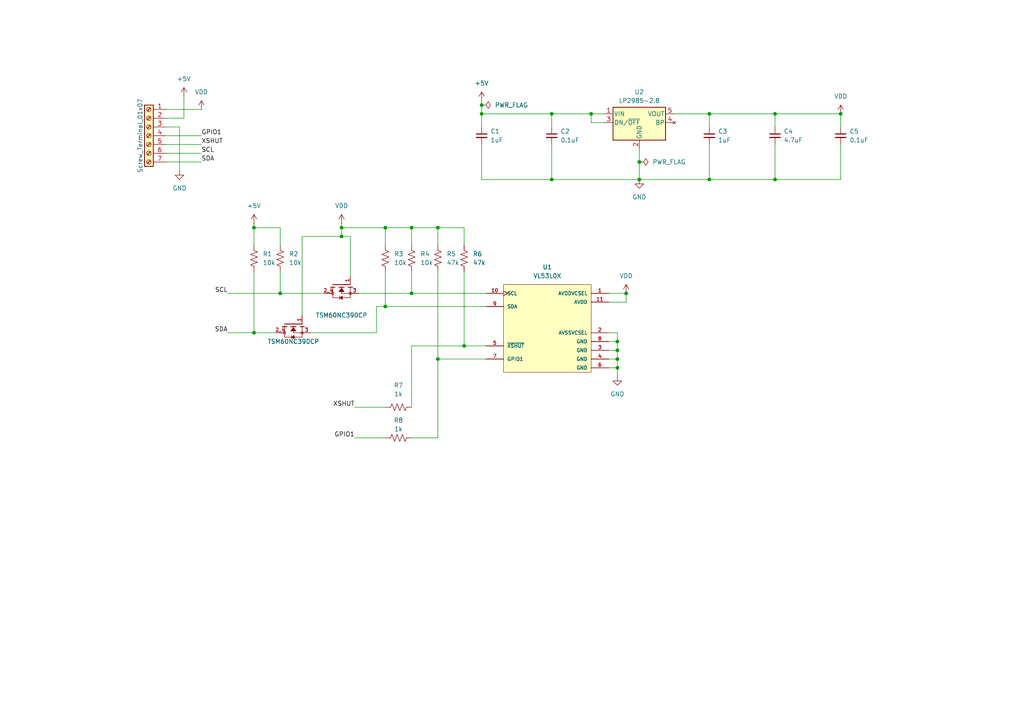
<source format=kicad_sch>
(kicad_sch
	(version 20231120)
	(generator "eeschema")
	(generator_version "8.0")
	(uuid "fba80a3f-6327-4468-acc6-95ca3f10a3eb")
	(paper "A4")
	(title_block
		(title "LRM")
		(date "2024-07-09")
		(company "Prince Lee Muhera")
	)
	(lib_symbols
		(symbol "Connector:Screw_Terminal_01x07"
			(pin_names
				(offset 1.016) hide)
			(exclude_from_sim no)
			(in_bom yes)
			(on_board yes)
			(property "Reference" "J"
				(at 0 10.16 0)
				(effects
					(font
						(size 1.27 1.27)
					)
				)
			)
			(property "Value" "Screw_Terminal_01x07"
				(at 0 -10.16 0)
				(effects
					(font
						(size 1.27 1.27)
					)
				)
			)
			(property "Footprint" ""
				(at 0 0 0)
				(effects
					(font
						(size 1.27 1.27)
					)
					(hide yes)
				)
			)
			(property "Datasheet" "~"
				(at 0 0 0)
				(effects
					(font
						(size 1.27 1.27)
					)
					(hide yes)
				)
			)
			(property "Description" "Generic screw terminal, single row, 01x07, script generated (kicad-library-utils/schlib/autogen/connector/)"
				(at 0 0 0)
				(effects
					(font
						(size 1.27 1.27)
					)
					(hide yes)
				)
			)
			(property "ki_keywords" "screw terminal"
				(at 0 0 0)
				(effects
					(font
						(size 1.27 1.27)
					)
					(hide yes)
				)
			)
			(property "ki_fp_filters" "TerminalBlock*:*"
				(at 0 0 0)
				(effects
					(font
						(size 1.27 1.27)
					)
					(hide yes)
				)
			)
			(symbol "Screw_Terminal_01x07_1_1"
				(rectangle
					(start -1.27 8.89)
					(end 1.27 -8.89)
					(stroke
						(width 0.254)
						(type default)
					)
					(fill
						(type background)
					)
				)
				(circle
					(center 0 -7.62)
					(radius 0.635)
					(stroke
						(width 0.1524)
						(type default)
					)
					(fill
						(type none)
					)
				)
				(circle
					(center 0 -5.08)
					(radius 0.635)
					(stroke
						(width 0.1524)
						(type default)
					)
					(fill
						(type none)
					)
				)
				(circle
					(center 0 -2.54)
					(radius 0.635)
					(stroke
						(width 0.1524)
						(type default)
					)
					(fill
						(type none)
					)
				)
				(polyline
					(pts
						(xy -0.5334 -7.2898) (xy 0.3302 -8.128)
					)
					(stroke
						(width 0.1524)
						(type default)
					)
					(fill
						(type none)
					)
				)
				(polyline
					(pts
						(xy -0.5334 -4.7498) (xy 0.3302 -5.588)
					)
					(stroke
						(width 0.1524)
						(type default)
					)
					(fill
						(type none)
					)
				)
				(polyline
					(pts
						(xy -0.5334 -2.2098) (xy 0.3302 -3.048)
					)
					(stroke
						(width 0.1524)
						(type default)
					)
					(fill
						(type none)
					)
				)
				(polyline
					(pts
						(xy -0.5334 0.3302) (xy 0.3302 -0.508)
					)
					(stroke
						(width 0.1524)
						(type default)
					)
					(fill
						(type none)
					)
				)
				(polyline
					(pts
						(xy -0.5334 2.8702) (xy 0.3302 2.032)
					)
					(stroke
						(width 0.1524)
						(type default)
					)
					(fill
						(type none)
					)
				)
				(polyline
					(pts
						(xy -0.5334 5.4102) (xy 0.3302 4.572)
					)
					(stroke
						(width 0.1524)
						(type default)
					)
					(fill
						(type none)
					)
				)
				(polyline
					(pts
						(xy -0.5334 7.9502) (xy 0.3302 7.112)
					)
					(stroke
						(width 0.1524)
						(type default)
					)
					(fill
						(type none)
					)
				)
				(polyline
					(pts
						(xy -0.3556 -7.112) (xy 0.508 -7.9502)
					)
					(stroke
						(width 0.1524)
						(type default)
					)
					(fill
						(type none)
					)
				)
				(polyline
					(pts
						(xy -0.3556 -4.572) (xy 0.508 -5.4102)
					)
					(stroke
						(width 0.1524)
						(type default)
					)
					(fill
						(type none)
					)
				)
				(polyline
					(pts
						(xy -0.3556 -2.032) (xy 0.508 -2.8702)
					)
					(stroke
						(width 0.1524)
						(type default)
					)
					(fill
						(type none)
					)
				)
				(polyline
					(pts
						(xy -0.3556 0.508) (xy 0.508 -0.3302)
					)
					(stroke
						(width 0.1524)
						(type default)
					)
					(fill
						(type none)
					)
				)
				(polyline
					(pts
						(xy -0.3556 3.048) (xy 0.508 2.2098)
					)
					(stroke
						(width 0.1524)
						(type default)
					)
					(fill
						(type none)
					)
				)
				(polyline
					(pts
						(xy -0.3556 5.588) (xy 0.508 4.7498)
					)
					(stroke
						(width 0.1524)
						(type default)
					)
					(fill
						(type none)
					)
				)
				(polyline
					(pts
						(xy -0.3556 8.128) (xy 0.508 7.2898)
					)
					(stroke
						(width 0.1524)
						(type default)
					)
					(fill
						(type none)
					)
				)
				(circle
					(center 0 0)
					(radius 0.635)
					(stroke
						(width 0.1524)
						(type default)
					)
					(fill
						(type none)
					)
				)
				(circle
					(center 0 2.54)
					(radius 0.635)
					(stroke
						(width 0.1524)
						(type default)
					)
					(fill
						(type none)
					)
				)
				(circle
					(center 0 5.08)
					(radius 0.635)
					(stroke
						(width 0.1524)
						(type default)
					)
					(fill
						(type none)
					)
				)
				(circle
					(center 0 7.62)
					(radius 0.635)
					(stroke
						(width 0.1524)
						(type default)
					)
					(fill
						(type none)
					)
				)
				(pin passive line
					(at -5.08 7.62 0)
					(length 3.81)
					(name "Pin_1"
						(effects
							(font
								(size 1.27 1.27)
							)
						)
					)
					(number "1"
						(effects
							(font
								(size 1.27 1.27)
							)
						)
					)
				)
				(pin passive line
					(at -5.08 5.08 0)
					(length 3.81)
					(name "Pin_2"
						(effects
							(font
								(size 1.27 1.27)
							)
						)
					)
					(number "2"
						(effects
							(font
								(size 1.27 1.27)
							)
						)
					)
				)
				(pin passive line
					(at -5.08 2.54 0)
					(length 3.81)
					(name "Pin_3"
						(effects
							(font
								(size 1.27 1.27)
							)
						)
					)
					(number "3"
						(effects
							(font
								(size 1.27 1.27)
							)
						)
					)
				)
				(pin passive line
					(at -5.08 0 0)
					(length 3.81)
					(name "Pin_4"
						(effects
							(font
								(size 1.27 1.27)
							)
						)
					)
					(number "4"
						(effects
							(font
								(size 1.27 1.27)
							)
						)
					)
				)
				(pin passive line
					(at -5.08 -2.54 0)
					(length 3.81)
					(name "Pin_5"
						(effects
							(font
								(size 1.27 1.27)
							)
						)
					)
					(number "5"
						(effects
							(font
								(size 1.27 1.27)
							)
						)
					)
				)
				(pin passive line
					(at -5.08 -5.08 0)
					(length 3.81)
					(name "Pin_6"
						(effects
							(font
								(size 1.27 1.27)
							)
						)
					)
					(number "6"
						(effects
							(font
								(size 1.27 1.27)
							)
						)
					)
				)
				(pin passive line
					(at -5.08 -7.62 0)
					(length 3.81)
					(name "Pin_7"
						(effects
							(font
								(size 1.27 1.27)
							)
						)
					)
					(number "7"
						(effects
							(font
								(size 1.27 1.27)
							)
						)
					)
				)
			)
		)
		(symbol "Device:C_Small"
			(pin_numbers hide)
			(pin_names
				(offset 0.254) hide)
			(exclude_from_sim no)
			(in_bom yes)
			(on_board yes)
			(property "Reference" "C"
				(at 0.254 1.778 0)
				(effects
					(font
						(size 1.27 1.27)
					)
					(justify left)
				)
			)
			(property "Value" "C_Small"
				(at 0.254 -2.032 0)
				(effects
					(font
						(size 1.27 1.27)
					)
					(justify left)
				)
			)
			(property "Footprint" ""
				(at 0 0 0)
				(effects
					(font
						(size 1.27 1.27)
					)
					(hide yes)
				)
			)
			(property "Datasheet" "~"
				(at 0 0 0)
				(effects
					(font
						(size 1.27 1.27)
					)
					(hide yes)
				)
			)
			(property "Description" "Unpolarized capacitor, small symbol"
				(at 0 0 0)
				(effects
					(font
						(size 1.27 1.27)
					)
					(hide yes)
				)
			)
			(property "ki_keywords" "capacitor cap"
				(at 0 0 0)
				(effects
					(font
						(size 1.27 1.27)
					)
					(hide yes)
				)
			)
			(property "ki_fp_filters" "C_*"
				(at 0 0 0)
				(effects
					(font
						(size 1.27 1.27)
					)
					(hide yes)
				)
			)
			(symbol "C_Small_0_1"
				(polyline
					(pts
						(xy -1.524 -0.508) (xy 1.524 -0.508)
					)
					(stroke
						(width 0.3302)
						(type default)
					)
					(fill
						(type none)
					)
				)
				(polyline
					(pts
						(xy -1.524 0.508) (xy 1.524 0.508)
					)
					(stroke
						(width 0.3048)
						(type default)
					)
					(fill
						(type none)
					)
				)
			)
			(symbol "C_Small_1_1"
				(pin passive line
					(at 0 2.54 270)
					(length 2.032)
					(name "~"
						(effects
							(font
								(size 1.27 1.27)
							)
						)
					)
					(number "1"
						(effects
							(font
								(size 1.27 1.27)
							)
						)
					)
				)
				(pin passive line
					(at 0 -2.54 90)
					(length 2.032)
					(name "~"
						(effects
							(font
								(size 1.27 1.27)
							)
						)
					)
					(number "2"
						(effects
							(font
								(size 1.27 1.27)
							)
						)
					)
				)
			)
		)
		(symbol "Device:R_US"
			(pin_numbers hide)
			(pin_names
				(offset 0)
			)
			(exclude_from_sim no)
			(in_bom yes)
			(on_board yes)
			(property "Reference" "R"
				(at 2.54 0 90)
				(effects
					(font
						(size 1.27 1.27)
					)
				)
			)
			(property "Value" "R_US"
				(at -2.54 0 90)
				(effects
					(font
						(size 1.27 1.27)
					)
				)
			)
			(property "Footprint" ""
				(at 1.016 -0.254 90)
				(effects
					(font
						(size 1.27 1.27)
					)
					(hide yes)
				)
			)
			(property "Datasheet" "~"
				(at 0 0 0)
				(effects
					(font
						(size 1.27 1.27)
					)
					(hide yes)
				)
			)
			(property "Description" "Resistor, US symbol"
				(at 0 0 0)
				(effects
					(font
						(size 1.27 1.27)
					)
					(hide yes)
				)
			)
			(property "ki_keywords" "R res resistor"
				(at 0 0 0)
				(effects
					(font
						(size 1.27 1.27)
					)
					(hide yes)
				)
			)
			(property "ki_fp_filters" "R_*"
				(at 0 0 0)
				(effects
					(font
						(size 1.27 1.27)
					)
					(hide yes)
				)
			)
			(symbol "R_US_0_1"
				(polyline
					(pts
						(xy 0 -2.286) (xy 0 -2.54)
					)
					(stroke
						(width 0)
						(type default)
					)
					(fill
						(type none)
					)
				)
				(polyline
					(pts
						(xy 0 2.286) (xy 0 2.54)
					)
					(stroke
						(width 0)
						(type default)
					)
					(fill
						(type none)
					)
				)
				(polyline
					(pts
						(xy 0 -0.762) (xy 1.016 -1.143) (xy 0 -1.524) (xy -1.016 -1.905) (xy 0 -2.286)
					)
					(stroke
						(width 0)
						(type default)
					)
					(fill
						(type none)
					)
				)
				(polyline
					(pts
						(xy 0 0.762) (xy 1.016 0.381) (xy 0 0) (xy -1.016 -0.381) (xy 0 -0.762)
					)
					(stroke
						(width 0)
						(type default)
					)
					(fill
						(type none)
					)
				)
				(polyline
					(pts
						(xy 0 2.286) (xy 1.016 1.905) (xy 0 1.524) (xy -1.016 1.143) (xy 0 0.762)
					)
					(stroke
						(width 0)
						(type default)
					)
					(fill
						(type none)
					)
				)
			)
			(symbol "R_US_1_1"
				(pin passive line
					(at 0 3.81 270)
					(length 1.27)
					(name "~"
						(effects
							(font
								(size 1.27 1.27)
							)
						)
					)
					(number "1"
						(effects
							(font
								(size 1.27 1.27)
							)
						)
					)
				)
				(pin passive line
					(at 0 -3.81 90)
					(length 1.27)
					(name "~"
						(effects
							(font
								(size 1.27 1.27)
							)
						)
					)
					(number "2"
						(effects
							(font
								(size 1.27 1.27)
							)
						)
					)
				)
			)
		)
		(symbol "Regulator_Linear:LP2985-2.8"
			(pin_names
				(offset 0.254)
			)
			(exclude_from_sim no)
			(in_bom yes)
			(on_board yes)
			(property "Reference" "U?"
				(at 0 8.89 0)
				(effects
					(font
						(size 1.27 1.27)
					)
				)
			)
			(property "Value" "LP2985-2.8"
				(at 0 6.35 0)
				(effects
					(font
						(size 1.27 1.27)
					)
				)
			)
			(property "Footprint" "Package_TO_SOT_SMD:SOT-23-5"
				(at 0 8.255 0)
				(effects
					(font
						(size 1.27 1.27)
					)
					(hide yes)
				)
			)
			(property "Datasheet" "http://www.ti.com/lit/ds/symlink/lp2985.pdf"
				(at 0.254 -2.286 0)
				(effects
					(font
						(size 1.27 1.27)
					)
					(hide yes)
				)
			)
			(property "Description" "150mA 16V Low-noise Low-dropout Regulator With Shutdown, 2.8V output voltage, SOT-23-5"
				(at -0.254 -2.032 0)
				(effects
					(font
						(size 1.27 1.27)
					)
					(hide yes)
				)
			)
			(property "ki_keywords" "LDO regulator linear  SOT-23-5"
				(at 0 0 0)
				(effects
					(font
						(size 1.27 1.27)
					)
					(hide yes)
				)
			)
			(property "ki_fp_filters" "SOT?23*"
				(at 0 0 0)
				(effects
					(font
						(size 1.27 1.27)
					)
					(hide yes)
				)
			)
			(symbol "LP2985-2.8_0_1"
				(rectangle
					(start -7.62 -5.08)
					(end 7.62 4.445)
					(stroke
						(width 0.254)
						(type default)
					)
					(fill
						(type background)
					)
				)
			)
			(symbol "LP2985-2.8_1_1"
				(pin power_in line
					(at -10.16 2.54 0)
					(length 2.54)
					(name "VIN"
						(effects
							(font
								(size 1.27 1.27)
							)
						)
					)
					(number "1"
						(effects
							(font
								(size 1.27 1.27)
							)
						)
					)
				)
				(pin power_in line
					(at 0 -7.62 90)
					(length 2.54)
					(name "GND"
						(effects
							(font
								(size 1.27 1.27)
							)
						)
					)
					(number "2"
						(effects
							(font
								(size 1.27 1.27)
							)
						)
					)
				)
				(pin input line
					(at -10.16 0 0)
					(length 2.54)
					(name "ON/~{OFF}"
						(effects
							(font
								(size 1.27 1.27)
							)
						)
					)
					(number "3"
						(effects
							(font
								(size 1.27 1.27)
							)
						)
					)
				)
				(pin no_connect line
					(at 10.16 0 180)
					(length 2.54)
					(name "BP"
						(effects
							(font
								(size 1.27 1.27)
							)
						)
					)
					(number "4"
						(effects
							(font
								(size 1.27 1.27)
							)
						)
					)
				)
				(pin power_out line
					(at 10.16 2.54 180)
					(length 2.54)
					(name "VOUT"
						(effects
							(font
								(size 1.27 1.27)
							)
						)
					)
					(number "5"
						(effects
							(font
								(size 1.27 1.27)
							)
						)
					)
				)
			)
		)
		(symbol "TSM60:TSM60NC390CP"
			(pin_names
				(offset 1.016)
			)
			(exclude_from_sim no)
			(in_bom yes)
			(on_board yes)
			(property "Reference" "Q"
				(at -8.89 2.54 0)
				(effects
					(font
						(size 1.27 1.27)
					)
					(justify left bottom)
				)
			)
			(property "Value" "TSM60NC390CP"
				(at -8.89 -7.62 0)
				(effects
					(font
						(size 1.27 1.27)
					)
					(justify left bottom)
				)
			)
			(property "Footprint" "TSM60NC390CP:TRANS_TSM60NC390CP"
				(at 0 0 0)
				(effects
					(font
						(size 1.27 1.27)
					)
					(justify bottom)
					(hide yes)
				)
			)
			(property "Datasheet" ""
				(at 0 0 0)
				(effects
					(font
						(size 1.27 1.27)
					)
					(hide yes)
				)
			)
			(property "Description" ""
				(at 0 0 0)
				(effects
					(font
						(size 1.27 1.27)
					)
					(hide yes)
				)
			)
			(property "MF" "Taiwan Semiconductor"
				(at 0 0 0)
				(effects
					(font
						(size 1.27 1.27)
					)
					(justify bottom)
					(hide yes)
				)
			)
			(property "MAXIMUM_PACKAGE_HEIGHT" "2.39mm"
				(at 0 0 0)
				(effects
					(font
						(size 1.27 1.27)
					)
					(justify bottom)
					(hide yes)
				)
			)
			(property "Package" "TO-252-3 Taiwan Semiconductor"
				(at 0 0 0)
				(effects
					(font
						(size 1.27 1.27)
					)
					(justify bottom)
					(hide yes)
				)
			)
			(property "Price" "None"
				(at 0 0 0)
				(effects
					(font
						(size 1.27 1.27)
					)
					(justify bottom)
					(hide yes)
				)
			)
			(property "Check_prices" "https://www.snapeda.com/parts/TSM60NC390CP/Taiwan+Semiconductor/view-part/?ref=eda"
				(at 0 0 0)
				(effects
					(font
						(size 1.27 1.27)
					)
					(justify bottom)
					(hide yes)
				)
			)
			(property "STANDARD" "Manufacturer Recommendations"
				(at 0 0 0)
				(effects
					(font
						(size 1.27 1.27)
					)
					(justify bottom)
					(hide yes)
				)
			)
			(property "PARTREV" "C2401"
				(at 0 0 0)
				(effects
					(font
						(size 1.27 1.27)
					)
					(justify bottom)
					(hide yes)
				)
			)
			(property "SnapEDA_Link" "https://www.snapeda.com/parts/TSM60NC390CP/Taiwan+Semiconductor/view-part/?ref=snap"
				(at 0 0 0)
				(effects
					(font
						(size 1.27 1.27)
					)
					(justify bottom)
					(hide yes)
				)
			)
			(property "MP" "TSM60NC390CP"
				(at 0 0 0)
				(effects
					(font
						(size 1.27 1.27)
					)
					(justify bottom)
					(hide yes)
				)
			)
			(property "Purchase-URL" "https://www.snapeda.com/api/url_track_click_mouser/?unipart_id=9711015&manufacturer=Taiwan Semiconductor&part_name=TSM60NC390CP&search_term=mosfet"
				(at 0 0 0)
				(effects
					(font
						(size 1.27 1.27)
					)
					(justify bottom)
					(hide yes)
				)
			)
			(property "Description_1" "\n600V, 11A, Single N-Channel High Voltage MOSFETs\n"
				(at 0 0 0)
				(effects
					(font
						(size 1.27 1.27)
					)
					(justify bottom)
					(hide yes)
				)
			)
			(property "Availability" "In Stock"
				(at 0 0 0)
				(effects
					(font
						(size 1.27 1.27)
					)
					(justify bottom)
					(hide yes)
				)
			)
			(property "MANUFACTURER" "Taiwan Semiconductor"
				(at 0 0 0)
				(effects
					(font
						(size 1.27 1.27)
					)
					(justify bottom)
					(hide yes)
				)
			)
			(symbol "TSM60NC390CP_0_0"
				(polyline
					(pts
						(xy 0 2.54) (xy 0 -2.54)
					)
					(stroke
						(width 0.254)
						(type default)
					)
					(fill
						(type none)
					)
				)
				(polyline
					(pts
						(xy 0.762 -2.54) (xy 0.762 -3.175)
					)
					(stroke
						(width 0.254)
						(type default)
					)
					(fill
						(type none)
					)
				)
				(polyline
					(pts
						(xy 0.762 -1.905) (xy 0.762 -2.54)
					)
					(stroke
						(width 0.254)
						(type default)
					)
					(fill
						(type none)
					)
				)
				(polyline
					(pts
						(xy 0.762 0) (xy 0.762 -0.762)
					)
					(stroke
						(width 0.254)
						(type default)
					)
					(fill
						(type none)
					)
				)
				(polyline
					(pts
						(xy 0.762 0) (xy 2.54 0)
					)
					(stroke
						(width 0.1524)
						(type default)
					)
					(fill
						(type none)
					)
				)
				(polyline
					(pts
						(xy 0.762 0.762) (xy 0.762 0)
					)
					(stroke
						(width 0.254)
						(type default)
					)
					(fill
						(type none)
					)
				)
				(polyline
					(pts
						(xy 0.762 2.54) (xy 0.762 1.905)
					)
					(stroke
						(width 0.254)
						(type default)
					)
					(fill
						(type none)
					)
				)
				(polyline
					(pts
						(xy 0.762 2.54) (xy 3.81 2.54)
					)
					(stroke
						(width 0.1524)
						(type default)
					)
					(fill
						(type none)
					)
				)
				(polyline
					(pts
						(xy 0.762 3.175) (xy 0.762 2.54)
					)
					(stroke
						(width 0.254)
						(type default)
					)
					(fill
						(type none)
					)
				)
				(polyline
					(pts
						(xy 2.54 -2.54) (xy 0.762 -2.54)
					)
					(stroke
						(width 0.1524)
						(type default)
					)
					(fill
						(type none)
					)
				)
				(polyline
					(pts
						(xy 2.54 -2.54) (xy 3.81 -2.54)
					)
					(stroke
						(width 0.1524)
						(type default)
					)
					(fill
						(type none)
					)
				)
				(polyline
					(pts
						(xy 2.54 0) (xy 2.54 -2.54)
					)
					(stroke
						(width 0.1524)
						(type default)
					)
					(fill
						(type none)
					)
				)
				(polyline
					(pts
						(xy 3.81 0.508) (xy 3.302 0.508)
					)
					(stroke
						(width 0.1524)
						(type default)
					)
					(fill
						(type none)
					)
				)
				(polyline
					(pts
						(xy 3.81 0.508) (xy 3.81 -2.54)
					)
					(stroke
						(width 0.1524)
						(type default)
					)
					(fill
						(type none)
					)
				)
				(polyline
					(pts
						(xy 3.81 2.54) (xy 3.81 0.508)
					)
					(stroke
						(width 0.1524)
						(type default)
					)
					(fill
						(type none)
					)
				)
				(polyline
					(pts
						(xy 4.318 0.508) (xy 3.81 0.508)
					)
					(stroke
						(width 0.1524)
						(type default)
					)
					(fill
						(type none)
					)
				)
				(polyline
					(pts
						(xy 1.016 0) (xy 2.032 0.762) (xy 2.032 -0.762) (xy 1.016 0)
					)
					(stroke
						(width 0.1524)
						(type default)
					)
					(fill
						(type outline)
					)
				)
				(polyline
					(pts
						(xy 3.81 0.508) (xy 3.302 -0.254) (xy 4.318 -0.254) (xy 3.81 0.508)
					)
					(stroke
						(width 0.1524)
						(type default)
					)
					(fill
						(type outline)
					)
				)
				(circle
					(center 2.54 -2.54)
					(radius 0.3592)
					(stroke
						(width 0)
						(type default)
					)
					(fill
						(type none)
					)
				)
				(circle
					(center 2.54 2.54)
					(radius 0.3592)
					(stroke
						(width 0)
						(type default)
					)
					(fill
						(type none)
					)
				)
				(pin passive line
					(at -2.54 -2.54 0)
					(length 2.54)
					(name "~"
						(effects
							(font
								(size 1.016 1.016)
							)
						)
					)
					(number "1"
						(effects
							(font
								(size 1.016 1.016)
							)
						)
					)
				)
				(pin passive line
					(at 2.54 5.08 270)
					(length 2.54)
					(name "~"
						(effects
							(font
								(size 1.016 1.016)
							)
						)
					)
					(number "2_4"
						(effects
							(font
								(size 1.016 1.016)
							)
						)
					)
				)
				(pin passive line
					(at 2.54 -5.08 90)
					(length 2.54)
					(name "~"
						(effects
							(font
								(size 1.016 1.016)
							)
						)
					)
					(number "3"
						(effects
							(font
								(size 1.016 1.016)
							)
						)
					)
				)
			)
		)
		(symbol "VL53L0X:VL53L0X"
			(pin_names
				(offset 1.016)
			)
			(exclude_from_sim no)
			(in_bom yes)
			(on_board yes)
			(property "Reference" "U1"
				(at 0 17.78 0)
				(effects
					(font
						(size 1.27 1.27)
					)
				)
			)
			(property "Value" "VL53L0X"
				(at 0 15.24 0)
				(effects
					(font
						(size 1.27 1.27)
					)
				)
			)
			(property "Footprint" "VL53L0X:SENSOR_VL53L0X"
				(at 0 0 0)
				(effects
					(font
						(size 1.27 1.27)
					)
					(justify bottom)
					(hide yes)
				)
			)
			(property "Datasheet" ""
				(at 0 0 0)
				(effects
					(font
						(size 1.27 1.27)
					)
					(hide yes)
				)
			)
			(property "Description" ""
				(at 0 0 0)
				(effects
					(font
						(size 1.27 1.27)
					)
					(hide yes)
				)
			)
			(property "MF" "STMicroelectronics"
				(at 0 0 0)
				(effects
					(font
						(size 1.27 1.27)
					)
					(justify bottom)
					(hide yes)
				)
			)
			(property "Description_1" "\nSTM32F401RE, VL53L0X, mbed-Enabled Development series Light, 3D Time-of-Flight (ToF) Sensor Evaluation Board\n"
				(at 0 0 0)
				(effects
					(font
						(size 1.27 1.27)
					)
					(justify bottom)
					(hide yes)
				)
			)
			(property "Package" "None"
				(at 0 0 0)
				(effects
					(font
						(size 1.27 1.27)
					)
					(justify bottom)
					(hide yes)
				)
			)
			(property "Price" "None"
				(at 0 0 0)
				(effects
					(font
						(size 1.27 1.27)
					)
					(justify bottom)
					(hide yes)
				)
			)
			(property "Check_prices" "https://www.snapeda.com/parts/VL53L0X/STMicroelectronics/view-part/?ref=eda"
				(at 0 0 0)
				(effects
					(font
						(size 1.27 1.27)
					)
					(justify bottom)
					(hide yes)
				)
			)
			(property "PART_REV" "1.0"
				(at 0 0 0)
				(effects
					(font
						(size 1.27 1.27)
					)
					(justify bottom)
					(hide yes)
				)
			)
			(property "STANDARD" "Manufacturer Recommendation"
				(at 0 0 0)
				(effects
					(font
						(size 1.27 1.27)
					)
					(justify bottom)
					(hide yes)
				)
			)
			(property "SnapEDA_Link" "https://www.snapeda.com/parts/VL53L0X/STMicroelectronics/view-part/?ref=snap"
				(at 0 0 0)
				(effects
					(font
						(size 1.27 1.27)
					)
					(justify bottom)
					(hide yes)
				)
			)
			(property "MP" "VL53L0X"
				(at 0 0 0)
				(effects
					(font
						(size 1.27 1.27)
					)
					(justify bottom)
					(hide yes)
				)
			)
			(property "Availability" "In Stock"
				(at 0 0 0)
				(effects
					(font
						(size 1.27 1.27)
					)
					(justify bottom)
					(hide yes)
				)
			)
			(property "MANUFACTURER" "ST Microelectronics"
				(at 0 0 0)
				(effects
					(font
						(size 1.27 1.27)
					)
					(justify bottom)
					(hide yes)
				)
			)
			(symbol "VL53L0X_0_0"
				(rectangle
					(start -12.7 -12.7)
					(end 12.7 12.7)
					(stroke
						(width 0.127)
						(type default)
					)
					(fill
						(type background)
					)
				)
				(pin power_in line
					(at 17.78 10.16 180)
					(length 5.08)
					(name "AVDDVCSEL"
						(effects
							(font
								(size 1.016 1.016)
							)
						)
					)
					(number "1"
						(effects
							(font
								(size 1.016 1.016)
							)
						)
					)
				)
				(pin input clock
					(at -17.78 10.16 0)
					(length 5.08)
					(name "SCL"
						(effects
							(font
								(size 1.016 1.016)
							)
						)
					)
					(number "10"
						(effects
							(font
								(size 1.016 1.016)
							)
						)
					)
				)
				(pin power_in line
					(at 17.78 7.62 180)
					(length 5.08)
					(name "AVDD"
						(effects
							(font
								(size 1.016 1.016)
							)
						)
					)
					(number "11"
						(effects
							(font
								(size 1.016 1.016)
							)
						)
					)
				)
				(pin power_in line
					(at 17.78 -1.27 180)
					(length 5.08)
					(name "AVSSVCSEL"
						(effects
							(font
								(size 1.016 1.016)
							)
						)
					)
					(number "2"
						(effects
							(font
								(size 1.016 1.016)
							)
						)
					)
				)
				(pin power_in line
					(at 17.78 -6.35 180)
					(length 5.08)
					(name "GND"
						(effects
							(font
								(size 1.016 1.016)
							)
						)
					)
					(number "3"
						(effects
							(font
								(size 1.016 1.016)
							)
						)
					)
				)
				(pin power_in line
					(at 17.78 -8.89 180)
					(length 5.08)
					(name "GND"
						(effects
							(font
								(size 1.016 1.016)
							)
						)
					)
					(number "4"
						(effects
							(font
								(size 1.016 1.016)
							)
						)
					)
				)
				(pin input line
					(at -17.78 -5.08 0)
					(length 5.08)
					(name "~{XSHUT}"
						(effects
							(font
								(size 1.016 1.016)
							)
						)
					)
					(number "5"
						(effects
							(font
								(size 1.016 1.016)
							)
						)
					)
				)
				(pin power_in line
					(at 17.78 -11.43 180)
					(length 5.08)
					(name "GND"
						(effects
							(font
								(size 1.016 1.016)
							)
						)
					)
					(number "6"
						(effects
							(font
								(size 1.016 1.016)
							)
						)
					)
				)
				(pin output line
					(at -17.78 -8.89 0)
					(length 5.08)
					(name "GPIO1"
						(effects
							(font
								(size 1.016 1.016)
							)
						)
					)
					(number "7"
						(effects
							(font
								(size 1.016 1.016)
							)
						)
					)
				)
				(pin power_in line
					(at 17.78 -3.81 180)
					(length 5.08)
					(name "GND"
						(effects
							(font
								(size 1.016 1.016)
							)
						)
					)
					(number "8"
						(effects
							(font
								(size 1.016 1.016)
							)
						)
					)
				)
				(pin bidirectional line
					(at -17.78 6.35 0)
					(length 5.08)
					(name "SDA"
						(effects
							(font
								(size 1.016 1.016)
							)
						)
					)
					(number "9"
						(effects
							(font
								(size 1.016 1.016)
							)
						)
					)
				)
			)
		)
		(symbol "power:+5V"
			(power)
			(pin_numbers hide)
			(pin_names
				(offset 0) hide)
			(exclude_from_sim no)
			(in_bom yes)
			(on_board yes)
			(property "Reference" "#PWR"
				(at 0 -3.81 0)
				(effects
					(font
						(size 1.27 1.27)
					)
					(hide yes)
				)
			)
			(property "Value" "+5V"
				(at 0 3.556 0)
				(effects
					(font
						(size 1.27 1.27)
					)
				)
			)
			(property "Footprint" ""
				(at 0 0 0)
				(effects
					(font
						(size 1.27 1.27)
					)
					(hide yes)
				)
			)
			(property "Datasheet" ""
				(at 0 0 0)
				(effects
					(font
						(size 1.27 1.27)
					)
					(hide yes)
				)
			)
			(property "Description" "Power symbol creates a global label with name \"+5V\""
				(at 0 0 0)
				(effects
					(font
						(size 1.27 1.27)
					)
					(hide yes)
				)
			)
			(property "ki_keywords" "global power"
				(at 0 0 0)
				(effects
					(font
						(size 1.27 1.27)
					)
					(hide yes)
				)
			)
			(symbol "+5V_0_1"
				(polyline
					(pts
						(xy -0.762 1.27) (xy 0 2.54)
					)
					(stroke
						(width 0)
						(type default)
					)
					(fill
						(type none)
					)
				)
				(polyline
					(pts
						(xy 0 0) (xy 0 2.54)
					)
					(stroke
						(width 0)
						(type default)
					)
					(fill
						(type none)
					)
				)
				(polyline
					(pts
						(xy 0 2.54) (xy 0.762 1.27)
					)
					(stroke
						(width 0)
						(type default)
					)
					(fill
						(type none)
					)
				)
			)
			(symbol "+5V_1_1"
				(pin power_in line
					(at 0 0 90)
					(length 0)
					(name "~"
						(effects
							(font
								(size 1.27 1.27)
							)
						)
					)
					(number "1"
						(effects
							(font
								(size 1.27 1.27)
							)
						)
					)
				)
			)
		)
		(symbol "power:GND"
			(power)
			(pin_numbers hide)
			(pin_names
				(offset 0) hide)
			(exclude_from_sim no)
			(in_bom yes)
			(on_board yes)
			(property "Reference" "#PWR"
				(at 0 -6.35 0)
				(effects
					(font
						(size 1.27 1.27)
					)
					(hide yes)
				)
			)
			(property "Value" "GND"
				(at 0 -3.81 0)
				(effects
					(font
						(size 1.27 1.27)
					)
				)
			)
			(property "Footprint" ""
				(at 0 0 0)
				(effects
					(font
						(size 1.27 1.27)
					)
					(hide yes)
				)
			)
			(property "Datasheet" ""
				(at 0 0 0)
				(effects
					(font
						(size 1.27 1.27)
					)
					(hide yes)
				)
			)
			(property "Description" "Power symbol creates a global label with name \"GND\" , ground"
				(at 0 0 0)
				(effects
					(font
						(size 1.27 1.27)
					)
					(hide yes)
				)
			)
			(property "ki_keywords" "global power"
				(at 0 0 0)
				(effects
					(font
						(size 1.27 1.27)
					)
					(hide yes)
				)
			)
			(symbol "GND_0_1"
				(polyline
					(pts
						(xy 0 0) (xy 0 -1.27) (xy 1.27 -1.27) (xy 0 -2.54) (xy -1.27 -1.27) (xy 0 -1.27)
					)
					(stroke
						(width 0)
						(type default)
					)
					(fill
						(type none)
					)
				)
			)
			(symbol "GND_1_1"
				(pin power_in line
					(at 0 0 270)
					(length 0)
					(name "~"
						(effects
							(font
								(size 1.27 1.27)
							)
						)
					)
					(number "1"
						(effects
							(font
								(size 1.27 1.27)
							)
						)
					)
				)
			)
		)
		(symbol "power:PWR_FLAG"
			(power)
			(pin_numbers hide)
			(pin_names
				(offset 0) hide)
			(exclude_from_sim no)
			(in_bom yes)
			(on_board yes)
			(property "Reference" "#FLG"
				(at 0 1.905 0)
				(effects
					(font
						(size 1.27 1.27)
					)
					(hide yes)
				)
			)
			(property "Value" "PWR_FLAG"
				(at 0 3.81 0)
				(effects
					(font
						(size 1.27 1.27)
					)
				)
			)
			(property "Footprint" ""
				(at 0 0 0)
				(effects
					(font
						(size 1.27 1.27)
					)
					(hide yes)
				)
			)
			(property "Datasheet" "~"
				(at 0 0 0)
				(effects
					(font
						(size 1.27 1.27)
					)
					(hide yes)
				)
			)
			(property "Description" "Special symbol for telling ERC where power comes from"
				(at 0 0 0)
				(effects
					(font
						(size 1.27 1.27)
					)
					(hide yes)
				)
			)
			(property "ki_keywords" "flag power"
				(at 0 0 0)
				(effects
					(font
						(size 1.27 1.27)
					)
					(hide yes)
				)
			)
			(symbol "PWR_FLAG_0_0"
				(pin power_out line
					(at 0 0 90)
					(length 0)
					(name "~"
						(effects
							(font
								(size 1.27 1.27)
							)
						)
					)
					(number "1"
						(effects
							(font
								(size 1.27 1.27)
							)
						)
					)
				)
			)
			(symbol "PWR_FLAG_0_1"
				(polyline
					(pts
						(xy 0 0) (xy 0 1.27) (xy -1.016 1.905) (xy 0 2.54) (xy 1.016 1.905) (xy 0 1.27)
					)
					(stroke
						(width 0)
						(type default)
					)
					(fill
						(type none)
					)
				)
			)
		)
		(symbol "power:VDD"
			(power)
			(pin_numbers hide)
			(pin_names
				(offset 0) hide)
			(exclude_from_sim no)
			(in_bom yes)
			(on_board yes)
			(property "Reference" "#PWR"
				(at 0 -3.81 0)
				(effects
					(font
						(size 1.27 1.27)
					)
					(hide yes)
				)
			)
			(property "Value" "VDD"
				(at 0 3.556 0)
				(effects
					(font
						(size 1.27 1.27)
					)
				)
			)
			(property "Footprint" ""
				(at 0 0 0)
				(effects
					(font
						(size 1.27 1.27)
					)
					(hide yes)
				)
			)
			(property "Datasheet" ""
				(at 0 0 0)
				(effects
					(font
						(size 1.27 1.27)
					)
					(hide yes)
				)
			)
			(property "Description" "Power symbol creates a global label with name \"VDD\""
				(at 0 0 0)
				(effects
					(font
						(size 1.27 1.27)
					)
					(hide yes)
				)
			)
			(property "ki_keywords" "global power"
				(at 0 0 0)
				(effects
					(font
						(size 1.27 1.27)
					)
					(hide yes)
				)
			)
			(symbol "VDD_0_1"
				(polyline
					(pts
						(xy -0.762 1.27) (xy 0 2.54)
					)
					(stroke
						(width 0)
						(type default)
					)
					(fill
						(type none)
					)
				)
				(polyline
					(pts
						(xy 0 0) (xy 0 2.54)
					)
					(stroke
						(width 0)
						(type default)
					)
					(fill
						(type none)
					)
				)
				(polyline
					(pts
						(xy 0 2.54) (xy 0.762 1.27)
					)
					(stroke
						(width 0)
						(type default)
					)
					(fill
						(type none)
					)
				)
			)
			(symbol "VDD_1_1"
				(pin power_in line
					(at 0 0 90)
					(length 0)
					(name "~"
						(effects
							(font
								(size 1.27 1.27)
							)
						)
					)
					(number "1"
						(effects
							(font
								(size 1.27 1.27)
							)
						)
					)
				)
			)
		)
	)
	(junction
		(at 139.7 33.02)
		(diameter 0)
		(color 0 0 0 0)
		(uuid "09220a73-b31c-476d-b082-472e1e409cc6")
	)
	(junction
		(at 134.62 100.33)
		(diameter 0)
		(color 0 0 0 0)
		(uuid "0c490dae-d426-47ea-8f7b-4a6c3f077068")
	)
	(junction
		(at 179.07 106.68)
		(diameter 0)
		(color 0 0 0 0)
		(uuid "1676374b-d8d3-4c0d-9e81-d418fb8160b9")
	)
	(junction
		(at 160.02 33.02)
		(diameter 0)
		(color 0 0 0 0)
		(uuid "203a0a09-26e5-49b3-a84c-84cefe7698c8")
	)
	(junction
		(at 111.76 66.04)
		(diameter 0)
		(color 0 0 0 0)
		(uuid "215d16fb-0939-4812-a9dc-cc4c28340696")
	)
	(junction
		(at 99.06 68.58)
		(diameter 0)
		(color 0 0 0 0)
		(uuid "257bb093-95af-4292-9581-67ac70dda8c5")
	)
	(junction
		(at 185.42 46.99)
		(diameter 0)
		(color 0 0 0 0)
		(uuid "2a806c1f-4d76-440b-97be-ec8f26a1e3b2")
	)
	(junction
		(at 224.79 52.07)
		(diameter 0)
		(color 0 0 0 0)
		(uuid "30ad8909-8e93-4d72-9f7a-5038c495ed55")
	)
	(junction
		(at 205.74 52.07)
		(diameter 0)
		(color 0 0 0 0)
		(uuid "37444272-d249-47ba-8845-5bb3899a8c2b")
	)
	(junction
		(at 139.7 30.48)
		(diameter 0)
		(color 0 0 0 0)
		(uuid "47096a40-2a03-4875-8c6e-d480f7ef179e")
	)
	(junction
		(at 205.74 33.02)
		(diameter 0)
		(color 0 0 0 0)
		(uuid "48176683-6dd6-4d27-8908-5fafac0f1c6a")
	)
	(junction
		(at 119.38 85.09)
		(diameter 0)
		(color 0 0 0 0)
		(uuid "4d3f725b-d5e4-4370-b435-ce8c3db4c877")
	)
	(junction
		(at 127 104.14)
		(diameter 0)
		(color 0 0 0 0)
		(uuid "6e7ffd83-1fa6-4866-981e-c28edbae637a")
	)
	(junction
		(at 171.45 33.02)
		(diameter 0)
		(color 0 0 0 0)
		(uuid "7d7b6030-f539-4ce6-9bcb-92403f24a5d0")
	)
	(junction
		(at 179.07 99.06)
		(diameter 0)
		(color 0 0 0 0)
		(uuid "7eac850e-6661-4b14-b3a7-9772a3715fea")
	)
	(junction
		(at 119.38 66.04)
		(diameter 0)
		(color 0 0 0 0)
		(uuid "806d5050-7086-4b99-a4cd-e0d09948adf7")
	)
	(junction
		(at 179.07 101.6)
		(diameter 0)
		(color 0 0 0 0)
		(uuid "85fa115c-244c-4979-bfe9-49ba7ebfbea4")
	)
	(junction
		(at 73.66 66.04)
		(diameter 0)
		(color 0 0 0 0)
		(uuid "8a426d26-0e8e-4837-95f3-f5c5a1dcf084")
	)
	(junction
		(at 99.06 66.04)
		(diameter 0)
		(color 0 0 0 0)
		(uuid "9484a54b-4795-4f7f-be2d-b36aee04cca0")
	)
	(junction
		(at 127 66.04)
		(diameter 0)
		(color 0 0 0 0)
		(uuid "9d34ac65-8402-4e75-8a27-d3cd36a2edd1")
	)
	(junction
		(at 181.61 85.09)
		(diameter 0)
		(color 0 0 0 0)
		(uuid "9f41f128-81d4-48b1-bb18-4444201a1f13")
	)
	(junction
		(at 179.07 104.14)
		(diameter 0)
		(color 0 0 0 0)
		(uuid "c4eb65ff-3a1b-4fee-ba16-1e5f0277eedb")
	)
	(junction
		(at 160.02 52.07)
		(diameter 0)
		(color 0 0 0 0)
		(uuid "d2387e18-98ce-4dd3-a8db-7b6e402d0c10")
	)
	(junction
		(at 224.79 33.02)
		(diameter 0)
		(color 0 0 0 0)
		(uuid "d48bde33-0542-417b-8e09-d2a34222a404")
	)
	(junction
		(at 81.28 85.09)
		(diameter 0)
		(color 0 0 0 0)
		(uuid "d9bf2492-b9b5-4dca-9328-43cd3b66cb18")
	)
	(junction
		(at 185.42 52.07)
		(diameter 0)
		(color 0 0 0 0)
		(uuid "e1adcbf5-d15d-4200-861c-24da95934b61")
	)
	(junction
		(at 111.76 88.9)
		(diameter 0)
		(color 0 0 0 0)
		(uuid "e6f7bd1f-373f-48e5-81a9-0c2c9c747c0d")
	)
	(junction
		(at 243.84 33.02)
		(diameter 0)
		(color 0 0 0 0)
		(uuid "fe83c078-0aeb-4bb1-85c3-7c4737c8f6d3")
	)
	(junction
		(at 73.66 96.52)
		(diameter 0)
		(color 0 0 0 0)
		(uuid "fe98909b-d242-4e19-842f-a73cfb10773c")
	)
	(wire
		(pts
			(xy 119.38 100.33) (xy 119.38 118.11)
		)
		(stroke
			(width 0)
			(type default)
		)
		(uuid "002c3cb2-9d9d-46c6-83f3-074761ddabcd")
	)
	(wire
		(pts
			(xy 52.07 36.83) (xy 52.07 49.53)
		)
		(stroke
			(width 0)
			(type default)
		)
		(uuid "010b4353-35f2-4783-bde2-0533f135d03f")
	)
	(wire
		(pts
			(xy 185.42 43.18) (xy 185.42 46.99)
		)
		(stroke
			(width 0)
			(type default)
		)
		(uuid "02fe7438-2fd5-413a-8952-fd8d5235080e")
	)
	(wire
		(pts
			(xy 66.04 85.09) (xy 81.28 85.09)
		)
		(stroke
			(width 0)
			(type default)
		)
		(uuid "0415c519-151e-4237-94ba-27e0c9cb9da4")
	)
	(wire
		(pts
			(xy 87.63 68.58) (xy 99.06 68.58)
		)
		(stroke
			(width 0)
			(type default)
		)
		(uuid "04eb7505-1c3a-43eb-9f99-112a54179667")
	)
	(wire
		(pts
			(xy 205.74 52.07) (xy 185.42 52.07)
		)
		(stroke
			(width 0)
			(type default)
		)
		(uuid "059cb7cf-68fa-4309-9ac0-8c9b97991435")
	)
	(wire
		(pts
			(xy 102.87 118.11) (xy 111.76 118.11)
		)
		(stroke
			(width 0)
			(type default)
		)
		(uuid "0695a519-848a-44fe-8dbb-ef2b29b78943")
	)
	(wire
		(pts
			(xy 179.07 106.68) (xy 179.07 109.22)
		)
		(stroke
			(width 0)
			(type default)
		)
		(uuid "095c2ff6-8ba4-4d85-b338-86ac35ea2ed5")
	)
	(wire
		(pts
			(xy 73.66 96.52) (xy 80.01 96.52)
		)
		(stroke
			(width 0)
			(type default)
		)
		(uuid "0ede471d-caf6-45fb-b507-49d75cd4aa2f")
	)
	(wire
		(pts
			(xy 111.76 66.04) (xy 111.76 71.12)
		)
		(stroke
			(width 0)
			(type default)
		)
		(uuid "0f0324b0-923e-43a5-b042-4431c8c2de5a")
	)
	(wire
		(pts
			(xy 139.7 41.91) (xy 139.7 52.07)
		)
		(stroke
			(width 0)
			(type default)
		)
		(uuid "11b73be5-8b5f-4aa1-9001-d24e9d09cf04")
	)
	(wire
		(pts
			(xy 127 127) (xy 119.38 127)
		)
		(stroke
			(width 0)
			(type default)
		)
		(uuid "1414860c-b829-4fbf-bba3-0d274907748b")
	)
	(wire
		(pts
			(xy 48.26 46.99) (xy 58.42 46.99)
		)
		(stroke
			(width 0)
			(type default)
		)
		(uuid "14dc2e96-7973-4071-a5be-6887438d8f92")
	)
	(wire
		(pts
			(xy 140.97 88.9) (xy 111.76 88.9)
		)
		(stroke
			(width 0)
			(type default)
		)
		(uuid "1d839251-fc29-4b1e-948d-92d91bdb3ecc")
	)
	(wire
		(pts
			(xy 185.42 46.99) (xy 185.42 52.07)
		)
		(stroke
			(width 0)
			(type default)
		)
		(uuid "20600ac8-ff98-447d-9b7e-db11c0bb9eff")
	)
	(wire
		(pts
			(xy 53.34 34.29) (xy 53.34 27.94)
		)
		(stroke
			(width 0)
			(type default)
		)
		(uuid "2084bfe2-0494-4289-9699-afb562b76527")
	)
	(wire
		(pts
			(xy 179.07 99.06) (xy 179.07 101.6)
		)
		(stroke
			(width 0)
			(type default)
		)
		(uuid "211cb85b-e8c2-4f84-94bb-47f994444533")
	)
	(wire
		(pts
			(xy 66.04 96.52) (xy 73.66 96.52)
		)
		(stroke
			(width 0)
			(type default)
		)
		(uuid "2265ef08-cbd2-44be-892c-478e7aa38020")
	)
	(wire
		(pts
			(xy 171.45 35.56) (xy 171.45 33.02)
		)
		(stroke
			(width 0)
			(type default)
		)
		(uuid "236b8046-a337-46c0-890f-10410a739de3")
	)
	(wire
		(pts
			(xy 179.07 96.52) (xy 179.07 99.06)
		)
		(stroke
			(width 0)
			(type default)
		)
		(uuid "242b39e2-28bd-4fef-980b-6c06f9c08a19")
	)
	(wire
		(pts
			(xy 127 66.04) (xy 127 71.12)
		)
		(stroke
			(width 0)
			(type default)
		)
		(uuid "258b64fc-656b-442b-98f0-9be0ba850f32")
	)
	(wire
		(pts
			(xy 176.53 104.14) (xy 179.07 104.14)
		)
		(stroke
			(width 0)
			(type default)
		)
		(uuid "27823e39-6448-460c-8b47-5eb965c34c25")
	)
	(wire
		(pts
			(xy 81.28 66.04) (xy 73.66 66.04)
		)
		(stroke
			(width 0)
			(type default)
		)
		(uuid "2da464b7-73bb-44bd-a06e-93ad73e5d73b")
	)
	(wire
		(pts
			(xy 195.58 33.02) (xy 205.74 33.02)
		)
		(stroke
			(width 0)
			(type default)
		)
		(uuid "2f84e747-3b0d-46ff-9e8d-6695268890d9")
	)
	(wire
		(pts
			(xy 134.62 100.33) (xy 119.38 100.33)
		)
		(stroke
			(width 0)
			(type default)
		)
		(uuid "328a48c5-a349-453a-a06c-2960817d9bdf")
	)
	(wire
		(pts
			(xy 160.02 33.02) (xy 171.45 33.02)
		)
		(stroke
			(width 0)
			(type default)
		)
		(uuid "34bdded2-0268-4b7a-b526-337a8631f732")
	)
	(wire
		(pts
			(xy 127 66.04) (xy 119.38 66.04)
		)
		(stroke
			(width 0)
			(type default)
		)
		(uuid "3931624d-3a7e-42bc-acbc-14de0a49ff08")
	)
	(wire
		(pts
			(xy 243.84 52.07) (xy 224.79 52.07)
		)
		(stroke
			(width 0)
			(type default)
		)
		(uuid "3ca9bdd9-86dc-4ec6-8941-948ca171ff75")
	)
	(wire
		(pts
			(xy 205.74 33.02) (xy 224.79 33.02)
		)
		(stroke
			(width 0)
			(type default)
		)
		(uuid "420ea34c-04f0-400d-b160-e22a4deca0a3")
	)
	(wire
		(pts
			(xy 175.26 35.56) (xy 171.45 35.56)
		)
		(stroke
			(width 0)
			(type default)
		)
		(uuid "4410e93a-5e69-4bb1-9b27-384d82f130c6")
	)
	(wire
		(pts
			(xy 224.79 33.02) (xy 243.84 33.02)
		)
		(stroke
			(width 0)
			(type default)
		)
		(uuid "4621f903-0469-4b62-afb0-960e142abf5a")
	)
	(wire
		(pts
			(xy 127 104.14) (xy 127 127)
		)
		(stroke
			(width 0)
			(type default)
		)
		(uuid "4c393ee4-5e5a-41e6-ab29-6b5c5dab5e28")
	)
	(wire
		(pts
			(xy 48.26 31.75) (xy 58.42 31.75)
		)
		(stroke
			(width 0)
			(type default)
		)
		(uuid "4e3e43df-b8e6-416f-87a5-a18664229572")
	)
	(wire
		(pts
			(xy 176.53 96.52) (xy 179.07 96.52)
		)
		(stroke
			(width 0)
			(type default)
		)
		(uuid "575c76d8-d7c5-4764-9bd3-2e1852b4d6db")
	)
	(wire
		(pts
			(xy 205.74 33.02) (xy 205.74 36.83)
		)
		(stroke
			(width 0)
			(type default)
		)
		(uuid "5b49c111-b908-43c8-9602-cb68d24a44a4")
	)
	(wire
		(pts
			(xy 48.26 36.83) (xy 52.07 36.83)
		)
		(stroke
			(width 0)
			(type default)
		)
		(uuid "5d677f96-0e49-46f7-beb9-75b0a99b0700")
	)
	(wire
		(pts
			(xy 73.66 64.77) (xy 73.66 66.04)
		)
		(stroke
			(width 0)
			(type default)
		)
		(uuid "5d7d7c7e-d9ec-4d99-aa88-2455d4c133fc")
	)
	(wire
		(pts
			(xy 140.97 100.33) (xy 134.62 100.33)
		)
		(stroke
			(width 0)
			(type default)
		)
		(uuid "5dffa569-4371-4a48-bd4a-a728b0cf987f")
	)
	(wire
		(pts
			(xy 160.02 41.91) (xy 160.02 52.07)
		)
		(stroke
			(width 0)
			(type default)
		)
		(uuid "61d83fd0-12a1-40e2-8a19-c7da2f7b9dfb")
	)
	(wire
		(pts
			(xy 224.79 52.07) (xy 205.74 52.07)
		)
		(stroke
			(width 0)
			(type default)
		)
		(uuid "6a8deb0f-43b8-4128-a77e-f4ca35303607")
	)
	(wire
		(pts
			(xy 205.74 41.91) (xy 205.74 52.07)
		)
		(stroke
			(width 0)
			(type default)
		)
		(uuid "6bae478e-0efd-4ecd-b52b-5310e0c16048")
	)
	(wire
		(pts
			(xy 176.53 99.06) (xy 179.07 99.06)
		)
		(stroke
			(width 0)
			(type default)
		)
		(uuid "6d1e528a-9a49-4042-852d-2b9e65098566")
	)
	(wire
		(pts
			(xy 102.87 127) (xy 111.76 127)
		)
		(stroke
			(width 0)
			(type default)
		)
		(uuid "6e53a829-652a-4503-98fb-baa240d13482")
	)
	(wire
		(pts
			(xy 81.28 78.74) (xy 81.28 85.09)
		)
		(stroke
			(width 0)
			(type default)
		)
		(uuid "6ebe8a67-56c8-435c-8e79-5cd905d00c90")
	)
	(wire
		(pts
			(xy 171.45 33.02) (xy 175.26 33.02)
		)
		(stroke
			(width 0)
			(type default)
		)
		(uuid "6edbb439-243c-49bb-886d-b6f7193d1d5e")
	)
	(wire
		(pts
			(xy 176.53 101.6) (xy 179.07 101.6)
		)
		(stroke
			(width 0)
			(type default)
		)
		(uuid "73798e8f-b258-455f-ac5c-d5e361444d3f")
	)
	(wire
		(pts
			(xy 243.84 33.02) (xy 243.84 36.83)
		)
		(stroke
			(width 0)
			(type default)
		)
		(uuid "7644230c-9505-4ca7-89d7-98f48d0b747b")
	)
	(wire
		(pts
			(xy 99.06 64.77) (xy 99.06 66.04)
		)
		(stroke
			(width 0)
			(type default)
		)
		(uuid "76a6bea9-8ad5-4304-bee6-702096eef9ca")
	)
	(wire
		(pts
			(xy 139.7 33.02) (xy 160.02 33.02)
		)
		(stroke
			(width 0)
			(type default)
		)
		(uuid "793e9922-a161-460f-808d-6140d5b7dc07")
	)
	(wire
		(pts
			(xy 139.7 52.07) (xy 160.02 52.07)
		)
		(stroke
			(width 0)
			(type default)
		)
		(uuid "7df44355-a443-4df9-8bb5-b66c23fa6fe5")
	)
	(wire
		(pts
			(xy 181.61 87.63) (xy 181.61 85.09)
		)
		(stroke
			(width 0)
			(type default)
		)
		(uuid "80f7e774-a8dd-4d77-87bd-752d165d8419")
	)
	(wire
		(pts
			(xy 48.26 41.91) (xy 58.42 41.91)
		)
		(stroke
			(width 0)
			(type default)
		)
		(uuid "86f056e1-c458-4e34-bfe2-7fc8c9bd13a4")
	)
	(wire
		(pts
			(xy 99.06 66.04) (xy 99.06 68.58)
		)
		(stroke
			(width 0)
			(type default)
		)
		(uuid "8705bdfa-56d4-471f-8221-adc74499bba8")
	)
	(wire
		(pts
			(xy 48.26 44.45) (xy 58.42 44.45)
		)
		(stroke
			(width 0)
			(type default)
		)
		(uuid "89278b8a-2a2f-42c7-a63e-3fed6f38afa3")
	)
	(wire
		(pts
			(xy 109.22 88.9) (xy 109.22 96.52)
		)
		(stroke
			(width 0)
			(type default)
		)
		(uuid "8db5fc3a-c64c-421e-a128-917a5d9996b9")
	)
	(wire
		(pts
			(xy 48.26 39.37) (xy 58.42 39.37)
		)
		(stroke
			(width 0)
			(type default)
		)
		(uuid "8dc12020-780d-4608-9e46-c58f93b5cb28")
	)
	(wire
		(pts
			(xy 176.53 106.68) (xy 179.07 106.68)
		)
		(stroke
			(width 0)
			(type default)
		)
		(uuid "8f42fa24-a3c5-494f-8c69-bdfaf9e198b2")
	)
	(wire
		(pts
			(xy 119.38 66.04) (xy 119.38 71.12)
		)
		(stroke
			(width 0)
			(type default)
		)
		(uuid "8ff136ac-89f7-401e-8a69-07228a1f1452")
	)
	(wire
		(pts
			(xy 111.76 78.74) (xy 111.76 88.9)
		)
		(stroke
			(width 0)
			(type default)
		)
		(uuid "91fcff34-2d69-4dac-b95e-4a555d955383")
	)
	(wire
		(pts
			(xy 81.28 85.09) (xy 93.98 85.09)
		)
		(stroke
			(width 0)
			(type default)
		)
		(uuid "93b2aa0a-760a-467d-949b-874894d7c1fc")
	)
	(wire
		(pts
			(xy 134.62 71.12) (xy 134.62 66.04)
		)
		(stroke
			(width 0)
			(type default)
		)
		(uuid "95581dbd-a9f8-4dcf-8545-538f418e1845")
	)
	(wire
		(pts
			(xy 101.6 68.58) (xy 99.06 68.58)
		)
		(stroke
			(width 0)
			(type default)
		)
		(uuid "9664a28c-2bff-4740-ada8-57e3863f2924")
	)
	(wire
		(pts
			(xy 119.38 66.04) (xy 111.76 66.04)
		)
		(stroke
			(width 0)
			(type default)
		)
		(uuid "9717042a-24c0-49bb-a6a1-bcca700c5198")
	)
	(wire
		(pts
			(xy 73.66 66.04) (xy 73.66 71.12)
		)
		(stroke
			(width 0)
			(type default)
		)
		(uuid "9b1f0e51-130f-4997-8ecd-fc4f2e8f8946")
	)
	(wire
		(pts
			(xy 160.02 33.02) (xy 160.02 36.83)
		)
		(stroke
			(width 0)
			(type default)
		)
		(uuid "9f8a029a-085c-4f48-9753-f1d296b689d1")
	)
	(wire
		(pts
			(xy 48.26 34.29) (xy 53.34 34.29)
		)
		(stroke
			(width 0)
			(type default)
		)
		(uuid "a1773efb-53fc-4ea7-8ead-a6b906193923")
	)
	(wire
		(pts
			(xy 224.79 41.91) (xy 224.79 52.07)
		)
		(stroke
			(width 0)
			(type default)
		)
		(uuid "a2faaa32-3651-4611-966e-69fb3186353c")
	)
	(wire
		(pts
			(xy 109.22 88.9) (xy 111.76 88.9)
		)
		(stroke
			(width 0)
			(type default)
		)
		(uuid "a71bfb0d-a525-475a-8443-fb0792b9fd52")
	)
	(wire
		(pts
			(xy 243.84 41.91) (xy 243.84 52.07)
		)
		(stroke
			(width 0)
			(type default)
		)
		(uuid "a8716392-6a6d-488a-a2c9-09e37bb45aaf")
	)
	(wire
		(pts
			(xy 160.02 52.07) (xy 185.42 52.07)
		)
		(stroke
			(width 0)
			(type default)
		)
		(uuid "adfcdd3c-f918-4af0-a698-38307555d8f0")
	)
	(wire
		(pts
			(xy 104.14 85.09) (xy 119.38 85.09)
		)
		(stroke
			(width 0)
			(type default)
		)
		(uuid "af96dd2d-c80d-482a-9b32-5a5f3db60cfb")
	)
	(wire
		(pts
			(xy 81.28 71.12) (xy 81.28 66.04)
		)
		(stroke
			(width 0)
			(type default)
		)
		(uuid "b5c8d10e-5472-4340-965f-4593101ac23d")
	)
	(wire
		(pts
			(xy 179.07 104.14) (xy 179.07 106.68)
		)
		(stroke
			(width 0)
			(type default)
		)
		(uuid "b6fb4caa-b590-4b40-99fd-4d76b888f9b4")
	)
	(wire
		(pts
			(xy 127 78.74) (xy 127 104.14)
		)
		(stroke
			(width 0)
			(type default)
		)
		(uuid "be4b08ce-8c12-486c-bb35-f83c7fe850c9")
	)
	(wire
		(pts
			(xy 139.7 29.21) (xy 139.7 30.48)
		)
		(stroke
			(width 0)
			(type default)
		)
		(uuid "c04865f9-4398-4ed3-bae7-6df5d4b4feed")
	)
	(wire
		(pts
			(xy 224.79 33.02) (xy 224.79 36.83)
		)
		(stroke
			(width 0)
			(type default)
		)
		(uuid "c183684e-16f8-4a43-971e-df67651a0a44")
	)
	(wire
		(pts
			(xy 134.62 66.04) (xy 127 66.04)
		)
		(stroke
			(width 0)
			(type default)
		)
		(uuid "c1b11a31-41da-4157-bc19-0b3ead2ab74e")
	)
	(wire
		(pts
			(xy 73.66 78.74) (xy 73.66 96.52)
		)
		(stroke
			(width 0)
			(type default)
		)
		(uuid "cbf2c199-1684-4ed4-b538-01d0ecc9b1ef")
	)
	(wire
		(pts
			(xy 109.22 96.52) (xy 90.17 96.52)
		)
		(stroke
			(width 0)
			(type default)
		)
		(uuid "cd439094-ca94-4627-8599-eb2a2646bad7")
	)
	(wire
		(pts
			(xy 111.76 66.04) (xy 99.06 66.04)
		)
		(stroke
			(width 0)
			(type default)
		)
		(uuid "cdc2b0bf-cd90-41e2-888a-aa6aa62fbaa7")
	)
	(wire
		(pts
			(xy 139.7 36.83) (xy 139.7 33.02)
		)
		(stroke
			(width 0)
			(type default)
		)
		(uuid "d0051538-b361-4be8-b35c-b959ac136da3")
	)
	(wire
		(pts
			(xy 139.7 30.48) (xy 139.7 33.02)
		)
		(stroke
			(width 0)
			(type default)
		)
		(uuid "d968c0c1-8c89-4803-9cc4-89c730a131f6")
	)
	(wire
		(pts
			(xy 134.62 78.74) (xy 134.62 100.33)
		)
		(stroke
			(width 0)
			(type default)
		)
		(uuid "da6c5390-2a7d-4f50-bc20-973828e0b967")
	)
	(wire
		(pts
			(xy 119.38 78.74) (xy 119.38 85.09)
		)
		(stroke
			(width 0)
			(type default)
		)
		(uuid "de788d0f-5b74-46e5-901b-ba2d7a13f1bf")
	)
	(wire
		(pts
			(xy 140.97 104.14) (xy 127 104.14)
		)
		(stroke
			(width 0)
			(type default)
		)
		(uuid "e0009c2a-a1ec-409e-bda6-46d2823dbb63")
	)
	(wire
		(pts
			(xy 101.6 68.58) (xy 101.6 80.01)
		)
		(stroke
			(width 0)
			(type default)
		)
		(uuid "e42c4c98-d9d4-4c18-ba24-223471768743")
	)
	(wire
		(pts
			(xy 87.63 91.44) (xy 87.63 68.58)
		)
		(stroke
			(width 0)
			(type default)
		)
		(uuid "e596a76c-4a6f-4583-870b-bdd251b33bbb")
	)
	(wire
		(pts
			(xy 179.07 101.6) (xy 179.07 104.14)
		)
		(stroke
			(width 0)
			(type default)
		)
		(uuid "e9bb11c1-42ac-4217-aeb2-93069964b495")
	)
	(wire
		(pts
			(xy 176.53 85.09) (xy 181.61 85.09)
		)
		(stroke
			(width 0)
			(type default)
		)
		(uuid "ea9b71ef-26dd-4b05-8a2e-0985e1d31707")
	)
	(wire
		(pts
			(xy 119.38 85.09) (xy 140.97 85.09)
		)
		(stroke
			(width 0)
			(type default)
		)
		(uuid "ef92126b-877d-4a62-b943-75ef19bb0fc6")
	)
	(wire
		(pts
			(xy 176.53 87.63) (xy 181.61 87.63)
		)
		(stroke
			(width 0)
			(type default)
		)
		(uuid "fbdd9bf9-e0a4-4f1b-9b72-a4422241a0a1")
	)
	(label "SCL"
		(at 66.04 85.09 180)
		(fields_autoplaced yes)
		(effects
			(font
				(size 1.27 1.27)
			)
			(justify right bottom)
		)
		(uuid "0be78219-89ad-4426-8e1c-01e153ede9d4")
	)
	(label "GPIO1"
		(at 58.42 39.37 0)
		(fields_autoplaced yes)
		(effects
			(font
				(size 1.27 1.27)
			)
			(justify left bottom)
		)
		(uuid "21a12df8-af42-40fd-9bd4-5ad8b53a655a")
	)
	(label "SDA"
		(at 66.04 96.52 180)
		(fields_autoplaced yes)
		(effects
			(font
				(size 1.27 1.27)
			)
			(justify right bottom)
		)
		(uuid "254218e7-2789-4223-8094-b1e9bfa9c641")
	)
	(label "SDA"
		(at 58.42 46.99 0)
		(fields_autoplaced yes)
		(effects
			(font
				(size 1.27 1.27)
			)
			(justify left bottom)
		)
		(uuid "34202d33-8c54-42f0-9ded-1e3676404572")
	)
	(label "XSHUT"
		(at 58.42 41.91 0)
		(fields_autoplaced yes)
		(effects
			(font
				(size 1.27 1.27)
			)
			(justify left bottom)
		)
		(uuid "6a9be5cb-66e7-4b9b-a426-32aee4ee5f75")
	)
	(label "SCL"
		(at 58.42 44.45 0)
		(fields_autoplaced yes)
		(effects
			(font
				(size 1.27 1.27)
			)
			(justify left bottom)
		)
		(uuid "9d0026a3-a410-4f4a-b493-234d82ff62b0")
	)
	(label "XSHUT"
		(at 102.87 118.11 180)
		(fields_autoplaced yes)
		(effects
			(font
				(size 1.27 1.27)
			)
			(justify right bottom)
		)
		(uuid "ae870b3b-8347-40a4-b765-1ef5a483b539")
	)
	(label "GPIO1"
		(at 102.87 127 180)
		(fields_autoplaced yes)
		(effects
			(font
				(size 1.27 1.27)
			)
			(justify right bottom)
		)
		(uuid "f5abfac1-c08f-48c7-9ace-adb181659525")
	)
	(symbol
		(lib_id "power:GND")
		(at 179.07 109.22 0)
		(unit 1)
		(exclude_from_sim no)
		(in_bom yes)
		(on_board yes)
		(dnp no)
		(fields_autoplaced yes)
		(uuid "16f5f8c8-118b-4542-a347-bed3e9d62a2b")
		(property "Reference" "#PWR04"
			(at 179.07 115.57 0)
			(effects
				(font
					(size 1.27 1.27)
				)
				(hide yes)
			)
		)
		(property "Value" "GND"
			(at 179.07 114.3 0)
			(effects
				(font
					(size 1.27 1.27)
				)
			)
		)
		(property "Footprint" ""
			(at 179.07 109.22 0)
			(effects
				(font
					(size 1.27 1.27)
				)
				(hide yes)
			)
		)
		(property "Datasheet" ""
			(at 179.07 109.22 0)
			(effects
				(font
					(size 1.27 1.27)
				)
				(hide yes)
			)
		)
		(property "Description" "Power symbol creates a global label with name \"GND\" , ground"
			(at 179.07 109.22 0)
			(effects
				(font
					(size 1.27 1.27)
				)
				(hide yes)
			)
		)
		(pin "1"
			(uuid "4b733324-745b-4759-86e0-498ebfacfc0c")
		)
		(instances
			(project "LRM"
				(path "/fba80a3f-6327-4468-acc6-95ca3f10a3eb"
					(reference "#PWR04")
					(unit 1)
				)
			)
		)
	)
	(symbol
		(lib_id "Device:C_Small")
		(at 205.74 39.37 0)
		(unit 1)
		(exclude_from_sim no)
		(in_bom yes)
		(on_board yes)
		(dnp no)
		(fields_autoplaced yes)
		(uuid "23a6d097-40cc-4573-9e72-9ff20480066d")
		(property "Reference" "C3"
			(at 208.28 38.1062 0)
			(effects
				(font
					(size 1.27 1.27)
				)
				(justify left)
			)
		)
		(property "Value" "1uF"
			(at 208.28 40.6462 0)
			(effects
				(font
					(size 1.27 1.27)
				)
				(justify left)
			)
		)
		(property "Footprint" "Capacitor_SMD:C_1206_3216Metric_Pad1.33x1.80mm_HandSolder"
			(at 205.74 39.37 0)
			(effects
				(font
					(size 1.27 1.27)
				)
				(hide yes)
			)
		)
		(property "Datasheet" "~"
			(at 205.74 39.37 0)
			(effects
				(font
					(size 1.27 1.27)
				)
				(hide yes)
			)
		)
		(property "Description" "Unpolarized capacitor, small symbol"
			(at 205.74 39.37 0)
			(effects
				(font
					(size 1.27 1.27)
				)
				(hide yes)
			)
		)
		(pin "1"
			(uuid "720b4c03-0145-4997-a7bd-bbe7109ad3a2")
		)
		(pin "2"
			(uuid "240f4883-4366-448c-bdd4-07c48eecac68")
		)
		(instances
			(project "LRM"
				(path "/fba80a3f-6327-4468-acc6-95ca3f10a3eb"
					(reference "C3")
					(unit 1)
				)
			)
		)
	)
	(symbol
		(lib_id "Device:C_Small")
		(at 160.02 39.37 0)
		(unit 1)
		(exclude_from_sim no)
		(in_bom yes)
		(on_board yes)
		(dnp no)
		(fields_autoplaced yes)
		(uuid "2504ac18-b542-4ff9-a885-2547a34ef098")
		(property "Reference" "C2"
			(at 162.56 38.1062 0)
			(effects
				(font
					(size 1.27 1.27)
				)
				(justify left)
			)
		)
		(property "Value" "0.1uF"
			(at 162.56 40.6462 0)
			(effects
				(font
					(size 1.27 1.27)
				)
				(justify left)
			)
		)
		(property "Footprint" "Capacitor_SMD:C_1206_3216Metric_Pad1.33x1.80mm_HandSolder"
			(at 160.02 39.37 0)
			(effects
				(font
					(size 1.27 1.27)
				)
				(hide yes)
			)
		)
		(property "Datasheet" "~"
			(at 160.02 39.37 0)
			(effects
				(font
					(size 1.27 1.27)
				)
				(hide yes)
			)
		)
		(property "Description" "Unpolarized capacitor, small symbol"
			(at 160.02 39.37 0)
			(effects
				(font
					(size 1.27 1.27)
				)
				(hide yes)
			)
		)
		(pin "1"
			(uuid "7d5b63f6-2284-49bc-bb4f-ce5f6b4427ec")
		)
		(pin "2"
			(uuid "2fc29cd7-0d1c-4d77-87e8-77c5a9f7cb09")
		)
		(instances
			(project "LRM"
				(path "/fba80a3f-6327-4468-acc6-95ca3f10a3eb"
					(reference "C2")
					(unit 1)
				)
			)
		)
	)
	(symbol
		(lib_id "power:+5V")
		(at 53.34 27.94 0)
		(unit 1)
		(exclude_from_sim no)
		(in_bom yes)
		(on_board yes)
		(dnp no)
		(fields_autoplaced yes)
		(uuid "264e8bcd-0e59-4b42-b58f-f41219873fee")
		(property "Reference" "#PWR08"
			(at 53.34 31.75 0)
			(effects
				(font
					(size 1.27 1.27)
				)
				(hide yes)
			)
		)
		(property "Value" "+5V"
			(at 53.34 22.86 0)
			(effects
				(font
					(size 1.27 1.27)
				)
			)
		)
		(property "Footprint" ""
			(at 53.34 27.94 0)
			(effects
				(font
					(size 1.27 1.27)
				)
				(hide yes)
			)
		)
		(property "Datasheet" ""
			(at 53.34 27.94 0)
			(effects
				(font
					(size 1.27 1.27)
				)
				(hide yes)
			)
		)
		(property "Description" "Power symbol creates a global label with name \"+5V\""
			(at 53.34 27.94 0)
			(effects
				(font
					(size 1.27 1.27)
				)
				(hide yes)
			)
		)
		(pin "1"
			(uuid "def1776e-d325-4cba-8a1d-334a47840b26")
		)
		(instances
			(project "LRM"
				(path "/fba80a3f-6327-4468-acc6-95ca3f10a3eb"
					(reference "#PWR08")
					(unit 1)
				)
			)
		)
	)
	(symbol
		(lib_id "power:PWR_FLAG")
		(at 139.7 30.48 270)
		(unit 1)
		(exclude_from_sim no)
		(in_bom yes)
		(on_board yes)
		(dnp no)
		(fields_autoplaced yes)
		(uuid "3027abec-c193-4d5d-827b-c341ea63e426")
		(property "Reference" "#FLG02"
			(at 141.605 30.48 0)
			(effects
				(font
					(size 1.27 1.27)
				)
				(hide yes)
			)
		)
		(property "Value" "PWR_FLAG"
			(at 143.51 30.4799 90)
			(effects
				(font
					(size 1.27 1.27)
				)
				(justify left)
			)
		)
		(property "Footprint" ""
			(at 139.7 30.48 0)
			(effects
				(font
					(size 1.27 1.27)
				)
				(hide yes)
			)
		)
		(property "Datasheet" "~"
			(at 139.7 30.48 0)
			(effects
				(font
					(size 1.27 1.27)
				)
				(hide yes)
			)
		)
		(property "Description" "Special symbol for telling ERC where power comes from"
			(at 139.7 30.48 0)
			(effects
				(font
					(size 1.27 1.27)
				)
				(hide yes)
			)
		)
		(pin "1"
			(uuid "31d674e5-4e9e-4a1e-ad67-fe7387e8520f")
		)
		(instances
			(project "LRM"
				(path "/fba80a3f-6327-4468-acc6-95ca3f10a3eb"
					(reference "#FLG02")
					(unit 1)
				)
			)
		)
	)
	(symbol
		(lib_id "TSM60:TSM60NC390CP")
		(at 85.09 93.98 90)
		(mirror x)
		(unit 1)
		(exclude_from_sim no)
		(in_bom yes)
		(on_board yes)
		(dnp no)
		(uuid "35682824-cc9c-43e4-a6f5-fae35b13b36d")
		(property "Reference" "Q1"
			(at 85.09 100.33 90)
			(effects
				(font
					(size 1.27 1.27)
				)
				(hide yes)
			)
		)
		(property "Value" "TSM60NC390CP"
			(at 85.09 99.06 90)
			(effects
				(font
					(size 1.27 1.27)
				)
			)
		)
		(property "Footprint" "MOSFET:TRANS_TSM60NC390CP"
			(at 85.09 93.98 0)
			(effects
				(font
					(size 1.27 1.27)
				)
				(justify bottom)
				(hide yes)
			)
		)
		(property "Datasheet" ""
			(at 85.09 93.98 0)
			(effects
				(font
					(size 1.27 1.27)
				)
				(hide yes)
			)
		)
		(property "Description" ""
			(at 85.09 93.98 0)
			(effects
				(font
					(size 1.27 1.27)
				)
				(hide yes)
			)
		)
		(property "MF" "Taiwan Semiconductor"
			(at 85.09 93.98 0)
			(effects
				(font
					(size 1.27 1.27)
				)
				(justify bottom)
				(hide yes)
			)
		)
		(property "MAXIMUM_PACKAGE_HEIGHT" "2.39mm"
			(at 85.09 93.98 0)
			(effects
				(font
					(size 1.27 1.27)
				)
				(justify bottom)
				(hide yes)
			)
		)
		(property "Package" "TO-252-3 Taiwan Semiconductor"
			(at 85.09 93.98 0)
			(effects
				(font
					(size 1.27 1.27)
				)
				(justify bottom)
				(hide yes)
			)
		)
		(property "Price" "None"
			(at 85.09 93.98 0)
			(effects
				(font
					(size 1.27 1.27)
				)
				(justify bottom)
				(hide yes)
			)
		)
		(property "Check_prices" "https://www.snapeda.com/parts/TSM60NC390CP/Taiwan+Semiconductor/view-part/?ref=eda"
			(at 85.09 93.98 0)
			(effects
				(font
					(size 1.27 1.27)
				)
				(justify bottom)
				(hide yes)
			)
		)
		(property "STANDARD" "Manufacturer Recommendations"
			(at 85.09 93.98 0)
			(effects
				(font
					(size 1.27 1.27)
				)
				(justify bottom)
				(hide yes)
			)
		)
		(property "PARTREV" "C2401"
			(at 85.09 93.98 0)
			(effects
				(font
					(size 1.27 1.27)
				)
				(justify bottom)
				(hide yes)
			)
		)
		(property "SnapEDA_Link" "https://www.snapeda.com/parts/TSM60NC390CP/Taiwan+Semiconductor/view-part/?ref=snap"
			(at 85.09 93.98 0)
			(effects
				(font
					(size 1.27 1.27)
				)
				(justify bottom)
				(hide yes)
			)
		)
		(property "MP" "TSM60NC390CP"
			(at 85.09 93.98 0)
			(effects
				(font
					(size 1.27 1.27)
				)
				(justify bottom)
				(hide yes)
			)
		)
		(property "Purchase-URL" "https://www.snapeda.com/api/url_track_click_mouser/?unipart_id=9711015&manufacturer=Taiwan Semiconductor&part_name=TSM60NC390CP&search_term=mosfet"
			(at 85.09 93.98 0)
			(effects
				(font
					(size 1.27 1.27)
				)
				(justify bottom)
				(hide yes)
			)
		)
		(property "Description_1" "\n600V, 11A, Single N-Channel High Voltage MOSFETs\n"
			(at 85.09 93.98 0)
			(effects
				(font
					(size 1.27 1.27)
				)
				(justify bottom)
				(hide yes)
			)
		)
		(property "Availability" "In Stock"
			(at 85.09 93.98 0)
			(effects
				(font
					(size 1.27 1.27)
				)
				(justify bottom)
				(hide yes)
			)
		)
		(property "MANUFACTURER" "Taiwan Semiconductor"
			(at 85.09 93.98 0)
			(effects
				(font
					(size 1.27 1.27)
				)
				(justify bottom)
				(hide yes)
			)
		)
		(pin "3"
			(uuid "7cf0bca8-3299-4b58-b0ea-ee21d1e0444e")
		)
		(pin "2_4"
			(uuid "9af72251-204d-412d-a938-815ef8cae778")
		)
		(pin "1"
			(uuid "0ad843df-dcee-4bdf-9321-084ce088604c")
		)
		(instances
			(project ""
				(path "/fba80a3f-6327-4468-acc6-95ca3f10a3eb"
					(reference "Q1")
					(unit 1)
				)
			)
		)
	)
	(symbol
		(lib_id "Device:R_US")
		(at 127 74.93 0)
		(unit 1)
		(exclude_from_sim no)
		(in_bom yes)
		(on_board yes)
		(dnp no)
		(fields_autoplaced yes)
		(uuid "378203d8-a363-4f30-995e-b8857ebdc7b5")
		(property "Reference" "R5"
			(at 129.54 73.6599 0)
			(effects
				(font
					(size 1.27 1.27)
				)
				(justify left)
			)
		)
		(property "Value" "47k"
			(at 129.54 76.1999 0)
			(effects
				(font
					(size 1.27 1.27)
				)
				(justify left)
			)
		)
		(property "Footprint" "Resistor_SMD:R_1206_3216Metric_Pad1.30x1.75mm_HandSolder"
			(at 128.016 75.184 90)
			(effects
				(font
					(size 1.27 1.27)
				)
				(hide yes)
			)
		)
		(property "Datasheet" "~"
			(at 127 74.93 0)
			(effects
				(font
					(size 1.27 1.27)
				)
				(hide yes)
			)
		)
		(property "Description" "Resistor, US symbol"
			(at 127 74.93 0)
			(effects
				(font
					(size 1.27 1.27)
				)
				(hide yes)
			)
		)
		(pin "1"
			(uuid "babc5613-fa3e-4fe9-90bf-920b65a0984f")
		)
		(pin "2"
			(uuid "1c71d1c1-d4a9-4902-8861-398ff61e282b")
		)
		(instances
			(project "LRM"
				(path "/fba80a3f-6327-4468-acc6-95ca3f10a3eb"
					(reference "R5")
					(unit 1)
				)
			)
		)
	)
	(symbol
		(lib_id "power:+5V")
		(at 139.7 29.21 0)
		(unit 1)
		(exclude_from_sim no)
		(in_bom yes)
		(on_board yes)
		(dnp no)
		(fields_autoplaced yes)
		(uuid "47bb90e3-7853-49a1-94b7-d89b898d9e47")
		(property "Reference" "#PWR03"
			(at 139.7 33.02 0)
			(effects
				(font
					(size 1.27 1.27)
				)
				(hide yes)
			)
		)
		(property "Value" "+5V"
			(at 139.7 24.13 0)
			(effects
				(font
					(size 1.27 1.27)
				)
			)
		)
		(property "Footprint" ""
			(at 139.7 29.21 0)
			(effects
				(font
					(size 1.27 1.27)
				)
				(hide yes)
			)
		)
		(property "Datasheet" ""
			(at 139.7 29.21 0)
			(effects
				(font
					(size 1.27 1.27)
				)
				(hide yes)
			)
		)
		(property "Description" "Power symbol creates a global label with name \"+5V\""
			(at 139.7 29.21 0)
			(effects
				(font
					(size 1.27 1.27)
				)
				(hide yes)
			)
		)
		(pin "1"
			(uuid "b4561720-3d9c-46e4-a3a3-0ba507bc1723")
		)
		(instances
			(project ""
				(path "/fba80a3f-6327-4468-acc6-95ca3f10a3eb"
					(reference "#PWR03")
					(unit 1)
				)
			)
		)
	)
	(symbol
		(lib_id "power:VDD")
		(at 181.61 85.09 0)
		(unit 1)
		(exclude_from_sim no)
		(in_bom yes)
		(on_board yes)
		(dnp no)
		(fields_autoplaced yes)
		(uuid "4941ea20-7876-478b-ab8e-3bc31728d06c")
		(property "Reference" "#PWR07"
			(at 181.61 88.9 0)
			(effects
				(font
					(size 1.27 1.27)
				)
				(hide yes)
			)
		)
		(property "Value" "VDD"
			(at 181.61 80.01 0)
			(effects
				(font
					(size 1.27 1.27)
				)
			)
		)
		(property "Footprint" ""
			(at 181.61 85.09 0)
			(effects
				(font
					(size 1.27 1.27)
				)
				(hide yes)
			)
		)
		(property "Datasheet" ""
			(at 181.61 85.09 0)
			(effects
				(font
					(size 1.27 1.27)
				)
				(hide yes)
			)
		)
		(property "Description" "Power symbol creates a global label with name \"VDD\""
			(at 181.61 85.09 0)
			(effects
				(font
					(size 1.27 1.27)
				)
				(hide yes)
			)
		)
		(pin "1"
			(uuid "dfc92599-17bf-4f8f-aa7a-9fc1686a9153")
		)
		(instances
			(project "LRM"
				(path "/fba80a3f-6327-4468-acc6-95ca3f10a3eb"
					(reference "#PWR07")
					(unit 1)
				)
			)
		)
	)
	(symbol
		(lib_id "power:+5V")
		(at 73.66 64.77 0)
		(unit 1)
		(exclude_from_sim no)
		(in_bom yes)
		(on_board yes)
		(dnp no)
		(fields_autoplaced yes)
		(uuid "4f394019-baa3-41c6-91a6-039c4d6ba33e")
		(property "Reference" "#PWR06"
			(at 73.66 68.58 0)
			(effects
				(font
					(size 1.27 1.27)
				)
				(hide yes)
			)
		)
		(property "Value" "+5V"
			(at 73.66 59.69 0)
			(effects
				(font
					(size 1.27 1.27)
				)
			)
		)
		(property "Footprint" ""
			(at 73.66 64.77 0)
			(effects
				(font
					(size 1.27 1.27)
				)
				(hide yes)
			)
		)
		(property "Datasheet" ""
			(at 73.66 64.77 0)
			(effects
				(font
					(size 1.27 1.27)
				)
				(hide yes)
			)
		)
		(property "Description" "Power symbol creates a global label with name \"+5V\""
			(at 73.66 64.77 0)
			(effects
				(font
					(size 1.27 1.27)
				)
				(hide yes)
			)
		)
		(pin "1"
			(uuid "63735ba7-e944-4599-b8f4-931519d2f166")
		)
		(instances
			(project "LRM"
				(path "/fba80a3f-6327-4468-acc6-95ca3f10a3eb"
					(reference "#PWR06")
					(unit 1)
				)
			)
		)
	)
	(symbol
		(lib_id "Device:R_US")
		(at 119.38 74.93 0)
		(unit 1)
		(exclude_from_sim no)
		(in_bom yes)
		(on_board yes)
		(dnp no)
		(fields_autoplaced yes)
		(uuid "55935f6f-1dac-4eb5-bfb6-d1ed889171ab")
		(property "Reference" "R4"
			(at 121.92 73.6599 0)
			(effects
				(font
					(size 1.27 1.27)
				)
				(justify left)
			)
		)
		(property "Value" "10k"
			(at 121.92 76.1999 0)
			(effects
				(font
					(size 1.27 1.27)
				)
				(justify left)
			)
		)
		(property "Footprint" "Resistor_SMD:R_1206_3216Metric_Pad1.30x1.75mm_HandSolder"
			(at 120.396 75.184 90)
			(effects
				(font
					(size 1.27 1.27)
				)
				(hide yes)
			)
		)
		(property "Datasheet" "~"
			(at 119.38 74.93 0)
			(effects
				(font
					(size 1.27 1.27)
				)
				(hide yes)
			)
		)
		(property "Description" "Resistor, US symbol"
			(at 119.38 74.93 0)
			(effects
				(font
					(size 1.27 1.27)
				)
				(hide yes)
			)
		)
		(pin "1"
			(uuid "9272545f-f773-4a5c-a5a6-e7c935a80b53")
		)
		(pin "2"
			(uuid "bf9bd352-48fd-4e86-8b9e-251d4b245d2e")
		)
		(instances
			(project ""
				(path "/fba80a3f-6327-4468-acc6-95ca3f10a3eb"
					(reference "R4")
					(unit 1)
				)
			)
		)
	)
	(symbol
		(lib_id "power:VDD")
		(at 99.06 64.77 0)
		(unit 1)
		(exclude_from_sim no)
		(in_bom yes)
		(on_board yes)
		(dnp no)
		(fields_autoplaced yes)
		(uuid "5b35a994-66fc-472e-8afa-248a9b9c4217")
		(property "Reference" "#PWR05"
			(at 99.06 68.58 0)
			(effects
				(font
					(size 1.27 1.27)
				)
				(hide yes)
			)
		)
		(property "Value" "VDD"
			(at 99.06 59.69 0)
			(effects
				(font
					(size 1.27 1.27)
				)
			)
		)
		(property "Footprint" ""
			(at 99.06 64.77 0)
			(effects
				(font
					(size 1.27 1.27)
				)
				(hide yes)
			)
		)
		(property "Datasheet" ""
			(at 99.06 64.77 0)
			(effects
				(font
					(size 1.27 1.27)
				)
				(hide yes)
			)
		)
		(property "Description" "Power symbol creates a global label with name \"VDD\""
			(at 99.06 64.77 0)
			(effects
				(font
					(size 1.27 1.27)
				)
				(hide yes)
			)
		)
		(pin "1"
			(uuid "5ec9c55f-abbc-432d-ae14-0aeef690adaa")
		)
		(instances
			(project "LRM"
				(path "/fba80a3f-6327-4468-acc6-95ca3f10a3eb"
					(reference "#PWR05")
					(unit 1)
				)
			)
		)
	)
	(symbol
		(lib_id "Device:R_US")
		(at 115.57 118.11 90)
		(unit 1)
		(exclude_from_sim no)
		(in_bom yes)
		(on_board yes)
		(dnp no)
		(fields_autoplaced yes)
		(uuid "6b9d1d23-67bb-483c-8c33-54f18a8e6fe6")
		(property "Reference" "R7"
			(at 115.57 111.76 90)
			(effects
				(font
					(size 1.27 1.27)
				)
			)
		)
		(property "Value" "1k"
			(at 115.57 114.3 90)
			(effects
				(font
					(size 1.27 1.27)
				)
			)
		)
		(property "Footprint" "Resistor_SMD:R_1206_3216Metric_Pad1.30x1.75mm_HandSolder"
			(at 115.824 117.094 90)
			(effects
				(font
					(size 1.27 1.27)
				)
				(hide yes)
			)
		)
		(property "Datasheet" "~"
			(at 115.57 118.11 0)
			(effects
				(font
					(size 1.27 1.27)
				)
				(hide yes)
			)
		)
		(property "Description" "Resistor, US symbol"
			(at 115.57 118.11 0)
			(effects
				(font
					(size 1.27 1.27)
				)
				(hide yes)
			)
		)
		(pin "1"
			(uuid "65a8f5cb-daad-42d2-8a7d-ec7143851e1f")
		)
		(pin "2"
			(uuid "59ccbfad-a50c-4abf-bf06-94a76415354c")
		)
		(instances
			(project "LRM"
				(path "/fba80a3f-6327-4468-acc6-95ca3f10a3eb"
					(reference "R7")
					(unit 1)
				)
			)
		)
	)
	(symbol
		(lib_id "power:GND")
		(at 185.42 52.07 0)
		(unit 1)
		(exclude_from_sim no)
		(in_bom yes)
		(on_board yes)
		(dnp no)
		(fields_autoplaced yes)
		(uuid "71161747-bb64-4a72-b270-01e1a30648eb")
		(property "Reference" "#PWR01"
			(at 185.42 58.42 0)
			(effects
				(font
					(size 1.27 1.27)
				)
				(hide yes)
			)
		)
		(property "Value" "GND"
			(at 185.42 57.15 0)
			(effects
				(font
					(size 1.27 1.27)
				)
			)
		)
		(property "Footprint" ""
			(at 185.42 52.07 0)
			(effects
				(font
					(size 1.27 1.27)
				)
				(hide yes)
			)
		)
		(property "Datasheet" ""
			(at 185.42 52.07 0)
			(effects
				(font
					(size 1.27 1.27)
				)
				(hide yes)
			)
		)
		(property "Description" "Power symbol creates a global label with name \"GND\" , ground"
			(at 185.42 52.07 0)
			(effects
				(font
					(size 1.27 1.27)
				)
				(hide yes)
			)
		)
		(pin "1"
			(uuid "179e7b5e-6283-47ec-8354-5b8964999725")
		)
		(instances
			(project ""
				(path "/fba80a3f-6327-4468-acc6-95ca3f10a3eb"
					(reference "#PWR01")
					(unit 1)
				)
			)
		)
	)
	(symbol
		(lib_id "Device:R_US")
		(at 111.76 74.93 0)
		(unit 1)
		(exclude_from_sim no)
		(in_bom yes)
		(on_board yes)
		(dnp no)
		(fields_autoplaced yes)
		(uuid "74768fd6-63db-4518-b4aa-e67db89fa47f")
		(property "Reference" "R3"
			(at 114.3 73.6599 0)
			(effects
				(font
					(size 1.27 1.27)
				)
				(justify left)
			)
		)
		(property "Value" "10k"
			(at 114.3 76.1999 0)
			(effects
				(font
					(size 1.27 1.27)
				)
				(justify left)
			)
		)
		(property "Footprint" "Resistor_SMD:R_1206_3216Metric_Pad1.30x1.75mm_HandSolder"
			(at 112.776 75.184 90)
			(effects
				(font
					(size 1.27 1.27)
				)
				(hide yes)
			)
		)
		(property "Datasheet" "~"
			(at 111.76 74.93 0)
			(effects
				(font
					(size 1.27 1.27)
				)
				(hide yes)
			)
		)
		(property "Description" "Resistor, US symbol"
			(at 111.76 74.93 0)
			(effects
				(font
					(size 1.27 1.27)
				)
				(hide yes)
			)
		)
		(pin "1"
			(uuid "39d66368-243d-4168-bd5b-abb0fa81fcd4")
		)
		(pin "2"
			(uuid "58cdb66a-5a9b-45dc-a014-fa818c2c5b99")
		)
		(instances
			(project "LRM"
				(path "/fba80a3f-6327-4468-acc6-95ca3f10a3eb"
					(reference "R3")
					(unit 1)
				)
			)
		)
	)
	(symbol
		(lib_id "power:PWR_FLAG")
		(at 185.42 46.99 270)
		(unit 1)
		(exclude_from_sim no)
		(in_bom yes)
		(on_board yes)
		(dnp no)
		(fields_autoplaced yes)
		(uuid "74f9392e-088c-438f-926a-e361b9deea3b")
		(property "Reference" "#FLG01"
			(at 187.325 46.99 0)
			(effects
				(font
					(size 1.27 1.27)
				)
				(hide yes)
			)
		)
		(property "Value" "PWR_FLAG"
			(at 189.23 46.9899 90)
			(effects
				(font
					(size 1.27 1.27)
				)
				(justify left)
			)
		)
		(property "Footprint" ""
			(at 185.42 46.99 0)
			(effects
				(font
					(size 1.27 1.27)
				)
				(hide yes)
			)
		)
		(property "Datasheet" "~"
			(at 185.42 46.99 0)
			(effects
				(font
					(size 1.27 1.27)
				)
				(hide yes)
			)
		)
		(property "Description" "Special symbol for telling ERC where power comes from"
			(at 185.42 46.99 0)
			(effects
				(font
					(size 1.27 1.27)
				)
				(hide yes)
			)
		)
		(pin "1"
			(uuid "d77b376c-a48a-4f83-b971-bfb0e784bd5e")
		)
		(instances
			(project ""
				(path "/fba80a3f-6327-4468-acc6-95ca3f10a3eb"
					(reference "#FLG01")
					(unit 1)
				)
			)
		)
	)
	(symbol
		(lib_id "Device:R_US")
		(at 81.28 74.93 0)
		(unit 1)
		(exclude_from_sim no)
		(in_bom yes)
		(on_board yes)
		(dnp no)
		(fields_autoplaced yes)
		(uuid "782a0d85-3107-49c1-a94d-9883f3eedf54")
		(property "Reference" "R2"
			(at 83.82 73.6599 0)
			(effects
				(font
					(size 1.27 1.27)
				)
				(justify left)
			)
		)
		(property "Value" "10k"
			(at 83.82 76.1999 0)
			(effects
				(font
					(size 1.27 1.27)
				)
				(justify left)
			)
		)
		(property "Footprint" "Resistor_SMD:R_1206_3216Metric_Pad1.30x1.75mm_HandSolder"
			(at 82.296 75.184 90)
			(effects
				(font
					(size 1.27 1.27)
				)
				(hide yes)
			)
		)
		(property "Datasheet" "~"
			(at 81.28 74.93 0)
			(effects
				(font
					(size 1.27 1.27)
				)
				(hide yes)
			)
		)
		(property "Description" "Resistor, US symbol"
			(at 81.28 74.93 0)
			(effects
				(font
					(size 1.27 1.27)
				)
				(hide yes)
			)
		)
		(pin "1"
			(uuid "de994ae6-69fe-407a-b30f-f4e2109f17f8")
		)
		(pin "2"
			(uuid "304782fd-8f90-423a-bc06-1862f4d65b19")
		)
		(instances
			(project "LRM"
				(path "/fba80a3f-6327-4468-acc6-95ca3f10a3eb"
					(reference "R2")
					(unit 1)
				)
			)
		)
	)
	(symbol
		(lib_id "power:VDD")
		(at 243.84 33.02 0)
		(unit 1)
		(exclude_from_sim no)
		(in_bom yes)
		(on_board yes)
		(dnp no)
		(fields_autoplaced yes)
		(uuid "7c03c8fc-0c69-4448-b48b-6fec70d1b39e")
		(property "Reference" "#PWR02"
			(at 243.84 36.83 0)
			(effects
				(font
					(size 1.27 1.27)
				)
				(hide yes)
			)
		)
		(property "Value" "VDD"
			(at 243.84 27.94 0)
			(effects
				(font
					(size 1.27 1.27)
				)
			)
		)
		(property "Footprint" ""
			(at 243.84 33.02 0)
			(effects
				(font
					(size 1.27 1.27)
				)
				(hide yes)
			)
		)
		(property "Datasheet" ""
			(at 243.84 33.02 0)
			(effects
				(font
					(size 1.27 1.27)
				)
				(hide yes)
			)
		)
		(property "Description" "Power symbol creates a global label with name \"VDD\""
			(at 243.84 33.02 0)
			(effects
				(font
					(size 1.27 1.27)
				)
				(hide yes)
			)
		)
		(pin "1"
			(uuid "397860b4-b329-4387-b628-5e1b97a60665")
		)
		(instances
			(project ""
				(path "/fba80a3f-6327-4468-acc6-95ca3f10a3eb"
					(reference "#PWR02")
					(unit 1)
				)
			)
		)
	)
	(symbol
		(lib_id "Device:C_Small")
		(at 224.79 39.37 0)
		(unit 1)
		(exclude_from_sim no)
		(in_bom yes)
		(on_board yes)
		(dnp no)
		(fields_autoplaced yes)
		(uuid "7e8282ca-f668-4867-aae1-9fd5c5c365e7")
		(property "Reference" "C4"
			(at 227.33 38.1062 0)
			(effects
				(font
					(size 1.27 1.27)
				)
				(justify left)
			)
		)
		(property "Value" "4.7uF"
			(at 227.33 40.6462 0)
			(effects
				(font
					(size 1.27 1.27)
				)
				(justify left)
			)
		)
		(property "Footprint" "Capacitor_SMD:C_1206_3216Metric_Pad1.33x1.80mm_HandSolder"
			(at 224.79 39.37 0)
			(effects
				(font
					(size 1.27 1.27)
				)
				(hide yes)
			)
		)
		(property "Datasheet" "~"
			(at 224.79 39.37 0)
			(effects
				(font
					(size 1.27 1.27)
				)
				(hide yes)
			)
		)
		(property "Description" "Unpolarized capacitor, small symbol"
			(at 224.79 39.37 0)
			(effects
				(font
					(size 1.27 1.27)
				)
				(hide yes)
			)
		)
		(pin "1"
			(uuid "49a51d6f-916b-4146-94f0-9c8ab01b8678")
		)
		(pin "2"
			(uuid "1e5fb87d-0854-44bf-a21e-467d490421f5")
		)
		(instances
			(project "LRM"
				(path "/fba80a3f-6327-4468-acc6-95ca3f10a3eb"
					(reference "C4")
					(unit 1)
				)
			)
		)
	)
	(symbol
		(lib_id "power:VDD")
		(at 58.42 31.75 0)
		(unit 1)
		(exclude_from_sim no)
		(in_bom yes)
		(on_board yes)
		(dnp no)
		(fields_autoplaced yes)
		(uuid "8ebc9ef4-40d4-4305-9503-a8dd1f2c7e22")
		(property "Reference" "#PWR09"
			(at 58.42 35.56 0)
			(effects
				(font
					(size 1.27 1.27)
				)
				(hide yes)
			)
		)
		(property "Value" "VDD"
			(at 58.42 26.67 0)
			(effects
				(font
					(size 1.27 1.27)
				)
			)
		)
		(property "Footprint" ""
			(at 58.42 31.75 0)
			(effects
				(font
					(size 1.27 1.27)
				)
				(hide yes)
			)
		)
		(property "Datasheet" ""
			(at 58.42 31.75 0)
			(effects
				(font
					(size 1.27 1.27)
				)
				(hide yes)
			)
		)
		(property "Description" "Power symbol creates a global label with name \"VDD\""
			(at 58.42 31.75 0)
			(effects
				(font
					(size 1.27 1.27)
				)
				(hide yes)
			)
		)
		(pin "1"
			(uuid "9d3bc36a-08c6-43bc-a98e-fc83ec567343")
		)
		(instances
			(project "LRM"
				(path "/fba80a3f-6327-4468-acc6-95ca3f10a3eb"
					(reference "#PWR09")
					(unit 1)
				)
			)
		)
	)
	(symbol
		(lib_id "Device:R_US")
		(at 115.57 127 90)
		(unit 1)
		(exclude_from_sim no)
		(in_bom yes)
		(on_board yes)
		(dnp no)
		(uuid "8fa84b88-f5c5-48e8-bcf7-31cc43461745")
		(property "Reference" "R8"
			(at 115.57 121.92 90)
			(effects
				(font
					(size 1.27 1.27)
				)
			)
		)
		(property "Value" "1k"
			(at 115.57 124.46 90)
			(effects
				(font
					(size 1.27 1.27)
				)
			)
		)
		(property "Footprint" "Resistor_SMD:R_1206_3216Metric_Pad1.30x1.75mm_HandSolder"
			(at 115.824 125.984 90)
			(effects
				(font
					(size 1.27 1.27)
				)
				(hide yes)
			)
		)
		(property "Datasheet" "~"
			(at 115.57 127 0)
			(effects
				(font
					(size 1.27 1.27)
				)
				(hide yes)
			)
		)
		(property "Description" "Resistor, US symbol"
			(at 115.57 127 0)
			(effects
				(font
					(size 1.27 1.27)
				)
				(hide yes)
			)
		)
		(pin "1"
			(uuid "abbf790b-cab1-4873-95fc-9d7bc920d5ec")
		)
		(pin "2"
			(uuid "9dcd06ea-6bba-46fc-a7e6-c2b43d9ac169")
		)
		(instances
			(project "LRM"
				(path "/fba80a3f-6327-4468-acc6-95ca3f10a3eb"
					(reference "R8")
					(unit 1)
				)
			)
		)
	)
	(symbol
		(lib_id "Device:C_Small")
		(at 243.84 39.37 0)
		(unit 1)
		(exclude_from_sim no)
		(in_bom yes)
		(on_board yes)
		(dnp no)
		(fields_autoplaced yes)
		(uuid "a7ac6aed-85b2-4e79-9857-172a4d8e5a72")
		(property "Reference" "C5"
			(at 246.38 38.1062 0)
			(effects
				(font
					(size 1.27 1.27)
				)
				(justify left)
			)
		)
		(property "Value" "0.1uF"
			(at 246.38 40.6462 0)
			(effects
				(font
					(size 1.27 1.27)
				)
				(justify left)
			)
		)
		(property "Footprint" "Capacitor_SMD:C_1206_3216Metric_Pad1.33x1.80mm_HandSolder"
			(at 243.84 39.37 0)
			(effects
				(font
					(size 1.27 1.27)
				)
				(hide yes)
			)
		)
		(property "Datasheet" "~"
			(at 243.84 39.37 0)
			(effects
				(font
					(size 1.27 1.27)
				)
				(hide yes)
			)
		)
		(property "Description" "Unpolarized capacitor, small symbol"
			(at 243.84 39.37 0)
			(effects
				(font
					(size 1.27 1.27)
				)
				(hide yes)
			)
		)
		(pin "1"
			(uuid "ac2af66e-dabf-44b4-821c-1840f7b769df")
		)
		(pin "2"
			(uuid "0873c5fd-9546-4136-9cb9-b4f3a8b0d835")
		)
		(instances
			(project "LRM"
				(path "/fba80a3f-6327-4468-acc6-95ca3f10a3eb"
					(reference "C5")
					(unit 1)
				)
			)
		)
	)
	(symbol
		(lib_id "Connector:Screw_Terminal_01x07")
		(at 43.18 39.37 0)
		(mirror y)
		(unit 1)
		(exclude_from_sim no)
		(in_bom yes)
		(on_board yes)
		(dnp no)
		(uuid "b0f365d9-d916-4a3a-b8e6-1bd1e845b877")
		(property "Reference" "J1"
			(at 43.18 25.4 0)
			(effects
				(font
					(size 1.27 1.27)
				)
				(hide yes)
			)
		)
		(property "Value" "Screw_Terminal_01x07"
			(at 40.64 39.37 90)
			(effects
				(font
					(size 1.27 1.27)
				)
			)
		)
		(property "Footprint" "TerminalBlock_Phoenix:TerminalBlock_Phoenix_MKDS-1,5-7_1x07_P5.00mm_Horizontal"
			(at 43.18 39.37 0)
			(effects
				(font
					(size 1.27 1.27)
				)
				(hide yes)
			)
		)
		(property "Datasheet" "~"
			(at 43.18 39.37 0)
			(effects
				(font
					(size 1.27 1.27)
				)
				(hide yes)
			)
		)
		(property "Description" "Generic screw terminal, single row, 01x07, script generated (kicad-library-utils/schlib/autogen/connector/)"
			(at 43.18 39.37 0)
			(effects
				(font
					(size 1.27 1.27)
				)
				(hide yes)
			)
		)
		(pin "3"
			(uuid "4aeb853a-698d-46c0-8a83-1bb81ce1f0a7")
		)
		(pin "1"
			(uuid "bbfd639e-10e7-446c-8c1c-21263911914a")
		)
		(pin "5"
			(uuid "fede731a-aac4-4d15-a8d0-d6a7495770ab")
		)
		(pin "2"
			(uuid "aab338db-08e1-41e7-b7f0-71bfb044598f")
		)
		(pin "4"
			(uuid "6170c761-f2a3-4e03-b04a-a2b833146bb6")
		)
		(pin "7"
			(uuid "00a76b85-9c08-4dce-952f-e5ae1f864def")
		)
		(pin "6"
			(uuid "805605e4-e582-4240-9dec-bf9f63724faf")
		)
		(instances
			(project ""
				(path "/fba80a3f-6327-4468-acc6-95ca3f10a3eb"
					(reference "J1")
					(unit 1)
				)
			)
		)
	)
	(symbol
		(lib_id "Regulator_Linear:LP2985-2.8")
		(at 185.42 35.56 0)
		(unit 1)
		(exclude_from_sim no)
		(in_bom yes)
		(on_board yes)
		(dnp no)
		(fields_autoplaced yes)
		(uuid "b3d40779-a432-4dbe-ad72-fb5228aca711")
		(property "Reference" "U2"
			(at 185.42 26.67 0)
			(effects
				(font
					(size 1.27 1.27)
				)
			)
		)
		(property "Value" "LP2985-2.8"
			(at 185.42 29.21 0)
			(effects
				(font
					(size 1.27 1.27)
				)
			)
		)
		(property "Footprint" "Package_TO_SOT_SMD:SOT-23-5"
			(at 185.42 27.305 0)
			(effects
				(font
					(size 1.27 1.27)
				)
				(hide yes)
			)
		)
		(property "Datasheet" "http://www.ti.com/lit/ds/symlink/lp2985.pdf"
			(at 185.674 37.846 0)
			(effects
				(font
					(size 1.27 1.27)
				)
				(hide yes)
			)
		)
		(property "Description" "150mA 16V Low-noise Low-dropout Regulator With Shutdown, 2.8V output voltage, SOT-23-5"
			(at 185.166 37.592 0)
			(effects
				(font
					(size 1.27 1.27)
				)
				(hide yes)
			)
		)
		(pin "2"
			(uuid "d51ee354-87c8-46d4-bcf5-2763945a15b2")
		)
		(pin "3"
			(uuid "c1e0b3fe-34b3-4d05-9922-86a51def0eb2")
		)
		(pin "4"
			(uuid "b78ac7cf-56c8-411f-a225-2bd332215265")
		)
		(pin "5"
			(uuid "8b103909-c6a8-4be9-87f4-ea286621bbdd")
		)
		(pin "1"
			(uuid "b3043386-1bcb-460a-8054-ba9242193dec")
		)
		(instances
			(project ""
				(path "/fba80a3f-6327-4468-acc6-95ca3f10a3eb"
					(reference "U2")
					(unit 1)
				)
			)
		)
	)
	(symbol
		(lib_id "power:GND")
		(at 52.07 49.53 0)
		(unit 1)
		(exclude_from_sim no)
		(in_bom yes)
		(on_board yes)
		(dnp no)
		(fields_autoplaced yes)
		(uuid "b797a905-4480-422f-8f58-ca8fd5e74d41")
		(property "Reference" "#PWR010"
			(at 52.07 55.88 0)
			(effects
				(font
					(size 1.27 1.27)
				)
				(hide yes)
			)
		)
		(property "Value" "GND"
			(at 52.07 54.61 0)
			(effects
				(font
					(size 1.27 1.27)
				)
			)
		)
		(property "Footprint" ""
			(at 52.07 49.53 0)
			(effects
				(font
					(size 1.27 1.27)
				)
				(hide yes)
			)
		)
		(property "Datasheet" ""
			(at 52.07 49.53 0)
			(effects
				(font
					(size 1.27 1.27)
				)
				(hide yes)
			)
		)
		(property "Description" "Power symbol creates a global label with name \"GND\" , ground"
			(at 52.07 49.53 0)
			(effects
				(font
					(size 1.27 1.27)
				)
				(hide yes)
			)
		)
		(pin "1"
			(uuid "3fab05a8-248b-4157-add2-5b937b666085")
		)
		(instances
			(project "LRM"
				(path "/fba80a3f-6327-4468-acc6-95ca3f10a3eb"
					(reference "#PWR010")
					(unit 1)
				)
			)
		)
	)
	(symbol
		(lib_id "Device:R_US")
		(at 73.66 74.93 0)
		(unit 1)
		(exclude_from_sim no)
		(in_bom yes)
		(on_board yes)
		(dnp no)
		(fields_autoplaced yes)
		(uuid "bba91f25-6728-4d93-83bf-f8c36390b189")
		(property "Reference" "R1"
			(at 76.2 73.6599 0)
			(effects
				(font
					(size 1.27 1.27)
				)
				(justify left)
			)
		)
		(property "Value" "10k"
			(at 76.2 76.1999 0)
			(effects
				(font
					(size 1.27 1.27)
				)
				(justify left)
			)
		)
		(property "Footprint" "Resistor_SMD:R_1206_3216Metric_Pad1.30x1.75mm_HandSolder"
			(at 74.676 75.184 90)
			(effects
				(font
					(size 1.27 1.27)
				)
				(hide yes)
			)
		)
		(property "Datasheet" "~"
			(at 73.66 74.93 0)
			(effects
				(font
					(size 1.27 1.27)
				)
				(hide yes)
			)
		)
		(property "Description" "Resistor, US symbol"
			(at 73.66 74.93 0)
			(effects
				(font
					(size 1.27 1.27)
				)
				(hide yes)
			)
		)
		(pin "1"
			(uuid "25b8c3fd-bd7c-4d72-b20e-4f049a855083")
		)
		(pin "2"
			(uuid "7a5883f3-5283-499b-943d-ec670c0171ab")
		)
		(instances
			(project "LRM"
				(path "/fba80a3f-6327-4468-acc6-95ca3f10a3eb"
					(reference "R1")
					(unit 1)
				)
			)
		)
	)
	(symbol
		(lib_id "Device:C_Small")
		(at 139.7 39.37 0)
		(unit 1)
		(exclude_from_sim no)
		(in_bom yes)
		(on_board yes)
		(dnp no)
		(fields_autoplaced yes)
		(uuid "bfc48392-da5a-4565-958c-8c76434edd29")
		(property "Reference" "C1"
			(at 142.24 38.1062 0)
			(effects
				(font
					(size 1.27 1.27)
				)
				(justify left)
			)
		)
		(property "Value" "1uF"
			(at 142.24 40.6462 0)
			(effects
				(font
					(size 1.27 1.27)
				)
				(justify left)
			)
		)
		(property "Footprint" "Capacitor_SMD:C_1206_3216Metric_Pad1.33x1.80mm_HandSolder"
			(at 139.7 39.37 0)
			(effects
				(font
					(size 1.27 1.27)
				)
				(hide yes)
			)
		)
		(property "Datasheet" "~"
			(at 139.7 39.37 0)
			(effects
				(font
					(size 1.27 1.27)
				)
				(hide yes)
			)
		)
		(property "Description" "Unpolarized capacitor, small symbol"
			(at 139.7 39.37 0)
			(effects
				(font
					(size 1.27 1.27)
				)
				(hide yes)
			)
		)
		(pin "1"
			(uuid "d11b08df-9912-47a4-aa6e-dc62b8a0931a")
		)
		(pin "2"
			(uuid "2a923376-a333-45b9-96a9-bd24044452a8")
		)
		(instances
			(project ""
				(path "/fba80a3f-6327-4468-acc6-95ca3f10a3eb"
					(reference "C1")
					(unit 1)
				)
			)
		)
	)
	(symbol
		(lib_id "VL53L0X:VL53L0X")
		(at 158.75 95.25 0)
		(unit 1)
		(exclude_from_sim no)
		(in_bom yes)
		(on_board yes)
		(dnp no)
		(fields_autoplaced yes)
		(uuid "d9b8d21d-58e6-4959-b452-416b39ad86cf")
		(property "Reference" "U1"
			(at 158.75 77.47 0)
			(effects
				(font
					(size 1.27 1.27)
				)
			)
		)
		(property "Value" "VL53L0X"
			(at 158.75 80.01 0)
			(effects
				(font
					(size 1.27 1.27)
				)
			)
		)
		(property "Footprint" "VL53L0X:SENSOR_VL53L0X"
			(at 158.75 95.25 0)
			(effects
				(font
					(size 1.27 1.27)
				)
				(justify bottom)
				(hide yes)
			)
		)
		(property "Datasheet" ""
			(at 158.75 95.25 0)
			(effects
				(font
					(size 1.27 1.27)
				)
				(hide yes)
			)
		)
		(property "Description" ""
			(at 158.75 95.25 0)
			(effects
				(font
					(size 1.27 1.27)
				)
				(hide yes)
			)
		)
		(property "MF" "STMicroelectronics"
			(at 158.75 95.25 0)
			(effects
				(font
					(size 1.27 1.27)
				)
				(justify bottom)
				(hide yes)
			)
		)
		(property "Description_1" "\nSTM32F401RE, VL53L0X, mbed-Enabled Development series Light, 3D Time-of-Flight (ToF) Sensor Evaluation Board\n"
			(at 158.75 95.25 0)
			(effects
				(font
					(size 1.27 1.27)
				)
				(justify bottom)
				(hide yes)
			)
		)
		(property "Package" "None"
			(at 158.75 95.25 0)
			(effects
				(font
					(size 1.27 1.27)
				)
				(justify bottom)
				(hide yes)
			)
		)
		(property "Price" "None"
			(at 158.75 95.25 0)
			(effects
				(font
					(size 1.27 1.27)
				)
				(justify bottom)
				(hide yes)
			)
		)
		(property "Check_prices" "https://www.snapeda.com/parts/VL53L0X/STMicroelectronics/view-part/?ref=eda"
			(at 158.75 95.25 0)
			(effects
				(font
					(size 1.27 1.27)
				)
				(justify bottom)
				(hide yes)
			)
		)
		(property "PART_REV" "1.0"
			(at 158.75 95.25 0)
			(effects
				(font
					(size 1.27 1.27)
				)
				(justify bottom)
				(hide yes)
			)
		)
		(property "STANDARD" "Manufacturer Recommendation"
			(at 158.75 95.25 0)
			(effects
				(font
					(size 1.27 1.27)
				)
				(justify bottom)
				(hide yes)
			)
		)
		(property "SnapEDA_Link" "https://www.snapeda.com/parts/VL53L0X/STMicroelectronics/view-part/?ref=snap"
			(at 158.75 95.25 0)
			(effects
				(font
					(size 1.27 1.27)
				)
				(justify bottom)
				(hide yes)
			)
		)
		(property "MP" "VL53L0X"
			(at 158.75 95.25 0)
			(effects
				(font
					(size 1.27 1.27)
				)
				(justify bottom)
				(hide yes)
			)
		)
		(property "Availability" "In Stock"
			(at 158.75 95.25 0)
			(effects
				(font
					(size 1.27 1.27)
				)
				(justify bottom)
				(hide yes)
			)
		)
		(property "MANUFACTURER" "ST Microelectronics"
			(at 158.75 95.25 0)
			(effects
				(font
					(size 1.27 1.27)
				)
				(justify bottom)
				(hide yes)
			)
		)
		(pin "10"
			(uuid "ac5577d3-06e2-4ca8-95ce-843b42523a6a")
		)
		(pin "2"
			(uuid "8112756f-118a-479a-bd54-0ec24d078127")
		)
		(pin "11"
			(uuid "8b18d842-68e9-4400-8ae8-8a6531bd79cc")
		)
		(pin "5"
			(uuid "fa699970-d670-4981-8285-e75b4da0d10e")
		)
		(pin "7"
			(uuid "2bf0ba64-0b51-44da-b5ec-430c4aee5f79")
		)
		(pin "6"
			(uuid "2c91304c-473a-425c-8474-c42877722d08")
		)
		(pin "4"
			(uuid "669435cd-9919-4c27-acb7-2ff896b0c4c3")
		)
		(pin "3"
			(uuid "c8ecf42b-3bb4-4a75-af1c-53869a5592c2")
		)
		(pin "9"
			(uuid "4103dd34-458a-4edc-8bab-42c424350a35")
		)
		(pin "1"
			(uuid "8151387d-5046-41bd-a3da-58264fb5a510")
		)
		(pin "8"
			(uuid "2b8a0624-3960-4a54-9036-2244b98b55c3")
		)
		(instances
			(project ""
				(path "/fba80a3f-6327-4468-acc6-95ca3f10a3eb"
					(reference "U1")
					(unit 1)
				)
			)
		)
	)
	(symbol
		(lib_id "Device:R_US")
		(at 134.62 74.93 0)
		(unit 1)
		(exclude_from_sim no)
		(in_bom yes)
		(on_board yes)
		(dnp no)
		(fields_autoplaced yes)
		(uuid "eea7c874-8bf2-4608-a9f0-9d40ec570e2b")
		(property "Reference" "R6"
			(at 137.16 73.6599 0)
			(effects
				(font
					(size 1.27 1.27)
				)
				(justify left)
			)
		)
		(property "Value" "47k"
			(at 137.16 76.1999 0)
			(effects
				(font
					(size 1.27 1.27)
				)
				(justify left)
			)
		)
		(property "Footprint" "Resistor_SMD:R_1206_3216Metric_Pad1.30x1.75mm_HandSolder"
			(at 135.636 75.184 90)
			(effects
				(font
					(size 1.27 1.27)
				)
				(hide yes)
			)
		)
		(property "Datasheet" "~"
			(at 134.62 74.93 0)
			(effects
				(font
					(size 1.27 1.27)
				)
				(hide yes)
			)
		)
		(property "Description" "Resistor, US symbol"
			(at 134.62 74.93 0)
			(effects
				(font
					(size 1.27 1.27)
				)
				(hide yes)
			)
		)
		(pin "1"
			(uuid "06b7c681-9f71-4cb7-908a-8b947cf868e3")
		)
		(pin "2"
			(uuid "217f1aef-d3a6-4083-95b8-e4568e417ad9")
		)
		(instances
			(project "LRM"
				(path "/fba80a3f-6327-4468-acc6-95ca3f10a3eb"
					(reference "R6")
					(unit 1)
				)
			)
		)
	)
	(symbol
		(lib_id "TSM60:TSM60NC390CP")
		(at 99.06 82.55 90)
		(mirror x)
		(unit 1)
		(exclude_from_sim no)
		(in_bom yes)
		(on_board yes)
		(dnp no)
		(uuid "f91306cc-e016-4d50-8af7-10380195da90")
		(property "Reference" "Q2"
			(at 99.06 88.9 90)
			(effects
				(font
					(size 1.27 1.27)
				)
				(hide yes)
			)
		)
		(property "Value" "TSM60NC390CP"
			(at 99.06 91.44 90)
			(effects
				(font
					(size 1.27 1.27)
				)
			)
		)
		(property "Footprint" "MOSFET:TRANS_TSM60NC390CP"
			(at 99.06 82.55 0)
			(effects
				(font
					(size 1.27 1.27)
				)
				(justify bottom)
				(hide yes)
			)
		)
		(property "Datasheet" ""
			(at 99.06 82.55 0)
			(effects
				(font
					(size 1.27 1.27)
				)
				(hide yes)
			)
		)
		(property "Description" ""
			(at 99.06 82.55 0)
			(effects
				(font
					(size 1.27 1.27)
				)
				(hide yes)
			)
		)
		(property "MF" "Taiwan Semiconductor"
			(at 99.06 82.55 0)
			(effects
				(font
					(size 1.27 1.27)
				)
				(justify bottom)
				(hide yes)
			)
		)
		(property "MAXIMUM_PACKAGE_HEIGHT" "2.39mm"
			(at 99.06 82.55 0)
			(effects
				(font
					(size 1.27 1.27)
				)
				(justify bottom)
				(hide yes)
			)
		)
		(property "Package" "TO-252-3 Taiwan Semiconductor"
			(at 99.06 82.55 0)
			(effects
				(font
					(size 1.27 1.27)
				)
				(justify bottom)
				(hide yes)
			)
		)
		(property "Price" "None"
			(at 99.06 82.55 0)
			(effects
				(font
					(size 1.27 1.27)
				)
				(justify bottom)
				(hide yes)
			)
		)
		(property "Check_prices" "https://www.snapeda.com/parts/TSM60NC390CP/Taiwan+Semiconductor/view-part/?ref=eda"
			(at 99.06 82.55 0)
			(effects
				(font
					(size 1.27 1.27)
				)
				(justify bottom)
				(hide yes)
			)
		)
		(property "STANDARD" "Manufacturer Recommendations"
			(at 99.06 82.55 0)
			(effects
				(font
					(size 1.27 1.27)
				)
				(justify bottom)
				(hide yes)
			)
		)
		(property "PARTREV" "C2401"
			(at 99.06 82.55 0)
			(effects
				(font
					(size 1.27 1.27)
				)
				(justify bottom)
				(hide yes)
			)
		)
		(property "SnapEDA_Link" "https://www.snapeda.com/parts/TSM60NC390CP/Taiwan+Semiconductor/view-part/?ref=snap"
			(at 99.06 82.55 0)
			(effects
				(font
					(size 1.27 1.27)
				)
				(justify bottom)
				(hide yes)
			)
		)
		(property "MP" "TSM60NC390CP"
			(at 99.06 82.55 0)
			(effects
				(font
					(size 1.27 1.27)
				)
				(justify bottom)
				(hide yes)
			)
		)
		(property "Purchase-URL" "https://www.snapeda.com/api/url_track_click_mouser/?unipart_id=9711015&manufacturer=Taiwan Semiconductor&part_name=TSM60NC390CP&search_term=mosfet"
			(at 99.06 82.55 0)
			(effects
				(font
					(size 1.27 1.27)
				)
				(justify bottom)
				(hide yes)
			)
		)
		(property "Description_1" "\n600V, 11A, Single N-Channel High Voltage MOSFETs\n"
			(at 99.06 82.55 0)
			(effects
				(font
					(size 1.27 1.27)
				)
				(justify bottom)
				(hide yes)
			)
		)
		(property "Availability" "In Stock"
			(at 99.06 82.55 0)
			(effects
				(font
					(size 1.27 1.27)
				)
				(justify bottom)
				(hide yes)
			)
		)
		(property "MANUFACTURER" "Taiwan Semiconductor"
			(at 99.06 82.55 0)
			(effects
				(font
					(size 1.27 1.27)
				)
				(justify bottom)
				(hide yes)
			)
		)
		(pin "3"
			(uuid "555e460c-f7ff-4cf4-8cd9-974f3a05fe23")
		)
		(pin "2_4"
			(uuid "764b02ea-1390-42b5-a585-a1694e1f9f28")
		)
		(pin "1"
			(uuid "0890f51a-fb1b-4d1c-875f-9cfba2b53378")
		)
		(instances
			(project "LRM"
				(path "/fba80a3f-6327-4468-acc6-95ca3f10a3eb"
					(reference "Q2")
					(unit 1)
				)
			)
		)
	)
	(sheet_instances
		(path "/"
			(page "1")
		)
	)
)

</source>
